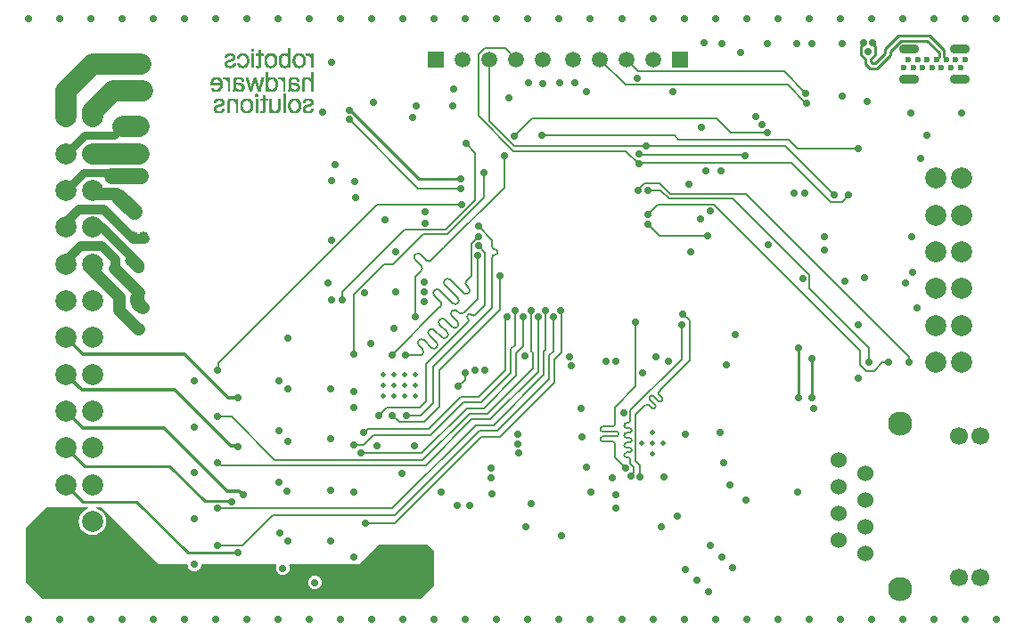
<source format=gbl>
G04*
G04 #@! TF.GenerationSoftware,Altium Limited,Altium Designer,22.10.1 (41)*
G04*
G04 Layer_Physical_Order=4*
G04 Layer_Color=16711680*
%FSLAX25Y25*%
%MOIN*%
G70*
G04*
G04 #@! TF.SameCoordinates,228258D3-266C-4D4F-9196-BF2F79CCE343*
G04*
G04*
G04 #@! TF.FilePolarity,Positive*
G04*
G01*
G75*
%ADD10C,0.01000*%
%ADD11C,0.00787*%
%ADD20C,0.01181*%
%ADD124C,0.02362*%
%ADD125C,0.00660*%
%ADD130C,0.01100*%
%ADD132C,0.07874*%
%ADD133C,0.05906*%
%ADD135C,0.04724*%
%ADD136C,0.03543*%
%ADD139C,0.03150*%
%ADD140C,0.06000*%
%ADD141C,0.06693*%
%ADD142C,0.09055*%
%ADD143C,0.05906*%
%ADD144R,0.05906X0.05906*%
%ADD145C,0.07874*%
%ADD146O,0.07480X0.03543*%
%ADD147C,0.02756*%
%ADD148C,0.01968*%
%ADD149C,0.03937*%
%ADD150C,0.00100*%
G36*
X54331Y-209842D02*
X64963D01*
X65135Y-210039D01*
X65223Y-210707D01*
X65481Y-211330D01*
X65891Y-211864D01*
X66426Y-212275D01*
X67049Y-212532D01*
X67716Y-212620D01*
X68385Y-212532D01*
X69007Y-212275D01*
X69542Y-211864D01*
X69952Y-211330D01*
X70210Y-210707D01*
X70298Y-210039D01*
X70470Y-209842D01*
X98322D01*
X98507Y-210236D01*
X98294Y-210749D01*
X98206Y-211417D01*
X98294Y-212085D01*
X98552Y-212708D01*
X98962Y-213243D01*
X99497Y-213653D01*
X100119Y-213911D01*
X100787Y-213999D01*
X101455Y-213911D01*
X102078Y-213653D01*
X102612Y-213243D01*
X103023Y-212708D01*
X103281Y-212085D01*
X103368Y-211417D01*
X103281Y-210749D01*
X103068Y-210236D01*
X103253Y-209842D01*
X129331D01*
X136614Y-202559D01*
X154921D01*
X157480Y-205118D01*
Y-217913D01*
X152559Y-222835D01*
X10827D01*
X4528Y-216535D01*
Y-196260D01*
X12205Y-188583D01*
X27956D01*
X28034Y-188976D01*
X26946Y-189427D01*
X25877Y-190247D01*
X25057Y-191316D01*
X24541Y-192562D01*
X24365Y-193898D01*
X24541Y-195234D01*
X25057Y-196479D01*
X25877Y-197548D01*
X26946Y-198368D01*
X28192Y-198884D01*
X29528Y-199060D01*
X30864Y-198884D01*
X32109Y-198368D01*
X33178Y-197548D01*
X33998Y-196479D01*
X34514Y-195234D01*
X34690Y-193898D01*
X34514Y-192562D01*
X33998Y-191316D01*
X33178Y-190247D01*
X32109Y-189427D01*
X31021Y-188976D01*
X31099Y-188583D01*
X33071D01*
X54331Y-209842D01*
D02*
G37*
%LPC*%
G36*
X112795Y-214198D02*
X112127Y-214286D01*
X111505Y-214544D01*
X110970Y-214954D01*
X110560Y-215489D01*
X110302Y-216111D01*
X110214Y-216779D01*
X110302Y-217448D01*
X110560Y-218070D01*
X110970Y-218605D01*
X111505Y-219015D01*
X112127Y-219273D01*
X112795Y-219361D01*
X113463Y-219273D01*
X114086Y-219015D01*
X114620Y-218605D01*
X115031Y-218070D01*
X115288Y-217448D01*
X115376Y-216779D01*
X115288Y-216111D01*
X115031Y-215489D01*
X114620Y-214954D01*
X114086Y-214544D01*
X113463Y-214286D01*
X112795Y-214198D01*
D02*
G37*
%LPD*%
D10*
X46091Y-186516D02*
X65284Y-205709D01*
X26083Y-186516D02*
X46091D01*
X19685Y-180118D02*
X26083Y-186516D01*
X65284Y-205709D02*
X84055D01*
X58366Y-173228D02*
X71547Y-186409D01*
X81685D01*
X26575Y-173228D02*
X58366D01*
X81685Y-186409D02*
X81791Y-186516D01*
X19685Y-166339D02*
X26575Y-173228D01*
X125689Y-39862D02*
X125915D01*
X151604Y-65551D01*
X167421D01*
X293568Y-128972D02*
X293634Y-129038D01*
Y-147670D02*
Y-129038D01*
Y-147670D02*
X293701Y-147736D01*
X298819D02*
Y-133071D01*
D11*
X154442Y-96070D02*
G03*
X156390Y-96070I974J974D01*
G01*
X152208Y-93836D02*
G03*
X150259Y-93836I-974J-974D01*
G01*
X150259Y-93836D02*
G03*
X150259Y-95785I974J-974D01*
G01*
X152493Y-99968D02*
G03*
X152493Y-98019I-974J974D01*
G01*
X179134Y-91043D02*
G03*
X180118Y-92027I984J0D01*
G01*
X180159Y-93996D02*
G03*
X180159Y-92027I0J984D01*
G01*
X180118Y-93996D02*
G03*
X179134Y-94980I0J-984D01*
G01*
X169525Y-103704D02*
G03*
X169525Y-105653I974J-974D01*
G01*
X170289Y-108365D02*
G03*
X170289Y-106417I-974J974D01*
G01*
X168340Y-108365D02*
G03*
X170289Y-108365I974J974D01*
G01*
X163329Y-103355D02*
G03*
X161380Y-103355I-974J-974D01*
G01*
X161380Y-103355D02*
G03*
X161380Y-105303I974J-974D01*
G01*
X166265Y-112137D02*
G03*
X166265Y-110188I-974J974D01*
G01*
X164317Y-112137D02*
G03*
X166265Y-112137I974J974D01*
G01*
X159432Y-107252D02*
G03*
X157483Y-107252I-974J-974D01*
G01*
X157483Y-107252D02*
G03*
X157483Y-109201I974J-974D01*
G01*
X159781Y-113447D02*
G03*
X159781Y-111499I-974J974D01*
G01*
X171441Y-116537D02*
G03*
X172834Y-116537I696J696D01*
G01*
X171388Y-116483D02*
G03*
X169996Y-116483I-696J-696D01*
G01*
X169996Y-116483D02*
G03*
X169996Y-117875I696J-696D01*
G01*
X170050Y-119320D02*
G03*
X170050Y-117929I-696J696D01*
G01*
X166619Y-115684D02*
G03*
X168568Y-115684I974J974D01*
G01*
X166025Y-115090D02*
G03*
X164076Y-115090I-974J-974D01*
G01*
X164076Y-115090D02*
G03*
X164076Y-117039I974J-974D01*
G01*
X166116Y-121027D02*
G03*
X166116Y-119078I-974J974D01*
G01*
X164167Y-121027D02*
G03*
X166116Y-121027I974J974D01*
G01*
X161401Y-118260D02*
G03*
X159452Y-118260I-974J-974D01*
G01*
D02*
G03*
X159452Y-120209I974J-974D01*
G01*
X162219Y-124924D02*
G03*
X162219Y-122976I-974J974D01*
G01*
X160270Y-124924D02*
G03*
X162219Y-124924I974J974D01*
G01*
X157503Y-122158D02*
G03*
X155555Y-122158I-974J-974D01*
G01*
X155555Y-122158D02*
G03*
X155555Y-124107I974J-974D01*
G01*
X158321Y-128822D02*
G03*
X158321Y-126873I-974J974D01*
G01*
X156372Y-128822D02*
G03*
X158321Y-128822I974J974D01*
G01*
X153606Y-126055D02*
G03*
X151657Y-126055I-974J-974D01*
G01*
X151657Y-126055D02*
G03*
X151657Y-128004I974J-974D01*
G01*
X152978Y-131274D02*
G03*
X152978Y-129325I-974J974D01*
G01*
X219252Y-20768D02*
X228898Y-30413D01*
X289688D02*
X296379Y-37104D01*
X228898Y-30413D02*
X289688D01*
X85532Y-202854D02*
X96850Y-191535D01*
X76279Y-202854D02*
X85532D01*
X96850Y-191535D02*
X142618D01*
X76181Y-189075D02*
X141634D01*
X172933Y-157776D01*
X201870Y-130217D02*
Y-117224D01*
X200492Y-131595D02*
X201870Y-130217D01*
X200492Y-140453D02*
Y-131595D01*
X180984Y-159960D02*
X200492Y-140453D01*
X174193Y-159960D02*
X180984D01*
X142618Y-191535D02*
X174193Y-159960D01*
X199144Y-129694D02*
Y-114961D01*
X198425Y-130413D02*
X199144Y-129694D01*
X198425Y-138878D02*
Y-130413D01*
X179528Y-157776D02*
X198425Y-138878D01*
X172933Y-157776D02*
X179528D01*
X77796Y-172933D02*
X154232D01*
X76714Y-171850D02*
X77796Y-172933D01*
X76181Y-171850D02*
X76714D01*
X196260Y-117421D02*
X196436Y-117245D01*
X196260Y-137795D02*
Y-117421D01*
X178347Y-155709D02*
X196260Y-137795D01*
X171457Y-155709D02*
X178347D01*
X154232Y-172933D02*
X171457Y-155709D01*
X76181Y-154626D02*
X81595D01*
X193701Y-130118D02*
Y-114961D01*
Y-130118D02*
X194193Y-130610D01*
Y-136614D02*
Y-130610D01*
X177362Y-153445D02*
X194193Y-136614D01*
X170571Y-153445D02*
X177362D01*
X153150Y-170866D02*
X170571Y-153445D01*
X97835Y-170866D02*
X153150D01*
X81595Y-154626D02*
X97835Y-170866D01*
X76279Y-137205D02*
X76575Y-136909D01*
Y-134646D02*
X136122Y-75098D01*
X76575Y-136909D02*
Y-134646D01*
X150303Y-117329D02*
Y-102158D01*
X152215Y-100246D01*
X190630Y-128268D02*
Y-117205D01*
X187992Y-139370D02*
Y-130905D01*
X190630Y-128268D01*
X187598Y-127756D02*
Y-114961D01*
X186122Y-138189D02*
Y-129232D01*
X187598Y-127756D01*
X269094Y-73032D02*
X297756Y-101693D01*
X245276Y-73032D02*
X269094D01*
X297756Y-106713D02*
Y-101693D01*
X262008Y-75098D02*
X316732Y-129823D01*
X240945Y-75098D02*
X262008D01*
X316732Y-135335D02*
Y-129823D01*
X319980Y-134252D02*
Y-128937D01*
X297756Y-106713D02*
X319980Y-128937D01*
X334842Y-134350D02*
Y-132185D01*
X274016Y-71358D02*
X334842Y-132185D01*
X245830Y-71358D02*
X274016D01*
X241535Y-86910D02*
X259547D01*
X237303Y-82677D02*
X241535Y-86910D01*
X156390Y-96070D02*
X161113Y-91348D01*
X152208Y-93836D02*
X154442Y-96070D01*
X152207Y-93836D02*
X152208Y-93836D01*
X150259D02*
X150259Y-93836D01*
X150259Y-95785D02*
X150259Y-95785D01*
X152493Y-98019D01*
X152493Y-98019D02*
X152493Y-98019D01*
X152215Y-100246D02*
X152493Y-99968D01*
X179134Y-91043D02*
Y-89272D01*
X180118Y-92027D02*
X180159D01*
X180118Y-93996D02*
X180159D01*
X179134Y-97342D02*
Y-94980D01*
X171260Y-101969D02*
Y-99311D01*
X169525Y-103704D02*
X171260Y-101969D01*
X169525Y-105653D02*
X170289Y-106417D01*
X170289Y-106417D02*
X170289Y-106417D01*
X168340Y-108365D02*
X168340Y-108365D01*
X163329Y-103355D02*
X168340Y-108365D01*
X163329Y-103355D02*
X163329Y-103355D01*
X161380D02*
X161380Y-103355D01*
X161380Y-105303D02*
X161380Y-105303D01*
X166265Y-110188D01*
X166265Y-110188D02*
X166265Y-110188D01*
X164317Y-112137D02*
X164317Y-112137D01*
X159432Y-107252D02*
X164317Y-112137D01*
X159432Y-107252D02*
X159432Y-107252D01*
X157483D02*
X157483Y-107252D01*
X157483Y-109201D02*
X157483Y-109201D01*
X159781Y-111499D01*
X159781Y-111499D02*
X159781Y-111499D01*
X159502Y-113726D02*
X159781Y-113447D01*
X179134Y-113779D02*
Y-97342D01*
X172834Y-116537D02*
X175640Y-113730D01*
X171388Y-116483D02*
X171441Y-116537D01*
X171388Y-116483D02*
X171388Y-116483D01*
X169996D02*
X169996Y-116483D01*
X169996Y-117875D02*
X169996Y-117875D01*
X170050Y-117929D01*
X170050Y-117929D02*
X170050Y-117929D01*
X166987Y-122383D02*
X170050Y-119320D01*
X175640Y-113730D02*
X176382Y-112988D01*
Y-111024D01*
X168568Y-115684D02*
X170478Y-113774D01*
X166025Y-115090D02*
X166619Y-115684D01*
X166025Y-115090D02*
X166025Y-115090D01*
X164076D02*
X164076Y-115090D01*
X164076Y-117039D02*
X164076Y-117039D01*
X166116Y-119078D01*
Y-121027D02*
X166116Y-121027D01*
X161401Y-118260D02*
X164167Y-121027D01*
X159452Y-120209D02*
X162219Y-122976D01*
X157503Y-122158D02*
X160270Y-124924D01*
X155555Y-122158D02*
X155555Y-122158D01*
Y-124107D02*
X158321Y-126873D01*
X153606Y-126055D02*
X156372Y-128822D01*
X151657Y-126055D02*
X151657Y-126055D01*
Y-128004D02*
X152978Y-129325D01*
X152978Y-129325D02*
X152978Y-129325D01*
X152700Y-131552D02*
X152978Y-131274D01*
X161113Y-91348D02*
X183563Y-68898D01*
X153524Y-156706D02*
X159449Y-150781D01*
Y-137205D02*
X182067Y-114587D01*
X159449Y-150781D02*
Y-137205D01*
X182067Y-107973D02*
Y-102146D01*
X181988Y-102067D02*
X182067Y-102146D01*
Y-113779D02*
Y-107973D01*
Y-114587D02*
Y-113779D01*
X141700Y-154134D02*
X144272Y-156706D01*
X153524D01*
X170478Y-113774D02*
X173819Y-110433D01*
X167421Y-147146D02*
X174016D01*
X155315Y-159252D02*
X167421Y-147146D01*
X132548Y-159252D02*
X155315D01*
X174016Y-147146D02*
X183858Y-137303D01*
X169587Y-151476D02*
X175886D01*
X130315Y-168307D02*
X152756D01*
X169587Y-151476D01*
X175886D02*
X187992Y-139370D01*
X174902Y-149409D02*
X186122Y-138189D01*
X184744Y-117757D02*
Y-117224D01*
X183858Y-118643D02*
X184744Y-117757D01*
X183858Y-137303D02*
Y-118643D01*
X205118Y-130535D02*
Y-115256D01*
X204823Y-114961D02*
X205118Y-115256D01*
X202362Y-133290D02*
X205118Y-130535D01*
X202362Y-141929D02*
Y-133290D01*
X181988Y-162303D02*
X202362Y-141929D01*
X175098Y-162303D02*
X181988D01*
X142717Y-194685D02*
X175098Y-162303D01*
X131791Y-194685D02*
X142717D01*
X168307Y-149409D02*
X174902D01*
X156102Y-161614D02*
X168307Y-149409D01*
X134646Y-161614D02*
X156102D01*
X130118Y-168110D02*
X130315Y-168307D01*
X131102Y-165157D02*
X134646Y-161614D01*
X131170Y-160630D02*
X132548Y-159252D01*
X131102Y-160630D02*
X131170D01*
X127461Y-165157D02*
X131102D01*
X127362Y-131299D02*
Y-108832D01*
X142117Y-97526D02*
X153422Y-86220D01*
X138668Y-97526D02*
X142117D01*
X127362Y-108832D02*
X138668Y-97526D01*
X233661Y-69784D02*
Y-69708D01*
X236145Y-67224D01*
X241696D01*
X245830Y-71358D01*
X237205Y-69784D02*
X242028D01*
X245276Y-73032D01*
X173819Y-110433D02*
Y-94390D01*
X156988Y-135925D02*
X179134Y-113779D01*
X152333Y-154163D02*
X156988Y-149508D01*
Y-135925D01*
X173917Y-83210D02*
X179134Y-88427D01*
Y-89272D02*
Y-88427D01*
X154335Y-135035D02*
X166987Y-122383D01*
X152657Y-131595D02*
X152700Y-131552D01*
X141634Y-131595D02*
X159502Y-113726D01*
X176382Y-111024D02*
Y-93100D01*
X139571Y-151368D02*
X151874D01*
X154335Y-148907D02*
Y-135035D01*
X151874Y-151368D02*
X154335Y-148907D01*
X136811Y-154128D02*
X139571Y-151368D01*
X173969Y-90688D02*
X176382Y-93100D01*
X146880Y-154163D02*
X152333D01*
X146653Y-131595D02*
X152657D01*
X171260Y-99311D02*
Y-89764D01*
X173917Y-87106D01*
X183563Y-68898D02*
Y-56988D01*
X162441Y-86220D02*
X175984Y-72677D01*
Y-63189D01*
X153422Y-86220D02*
X162441D01*
X172835Y-73599D02*
Y-55905D01*
X161788Y-84646D02*
X172835Y-73599D01*
X123031Y-107972D02*
X146358Y-84646D01*
X161788D01*
X123031Y-110827D02*
Y-107972D01*
X169193Y-52264D02*
X172835Y-55905D01*
X151378Y-69095D02*
X167421D01*
X125689Y-43406D02*
X151378Y-69095D01*
X318898Y-137500D02*
X321850D01*
X316732Y-135335D02*
X318898Y-137500D01*
X321850D02*
X325000Y-134350D01*
X327461D01*
X237205Y-78839D02*
X240945Y-75098D01*
X268307Y-48228D02*
X281890D01*
X263091Y-43012D02*
X268307Y-48228D01*
X193898Y-43012D02*
X263091D01*
X187402Y-49508D02*
X193898Y-43012D01*
X291159Y-59663D02*
X305709Y-74213D01*
X234235Y-59663D02*
X291159D01*
X305709Y-74213D02*
X309842D01*
X233858Y-60039D02*
X234235Y-59663D01*
X309842Y-74213D02*
X312402Y-71653D01*
X173878Y-42050D02*
X187143Y-55315D01*
X173878Y-19055D02*
X176300Y-16634D01*
X173878Y-42050D02*
Y-19055D01*
X176300Y-16634D02*
X183878D01*
X188012Y-20768D01*
X229134Y-55315D02*
X233858Y-60039D01*
X187143Y-55315D02*
X229134D01*
X178012Y-43957D02*
Y-20768D01*
Y-43957D02*
X187213Y-53158D01*
X236803D01*
X234154Y-56693D02*
X272794D01*
X233858Y-56398D02*
X234154Y-56693D01*
X272794D02*
X273089Y-56988D01*
X273622D01*
X296379Y-37104D02*
X296583D01*
X288591Y-53158D02*
X307087Y-71653D01*
X236803Y-53158D02*
X288591D01*
X289862Y-50787D02*
X293209Y-54134D01*
X248721Y-50787D02*
X289862D01*
X247342Y-49409D02*
X248721Y-50787D01*
X197902Y-49409D02*
X247342D01*
X229252Y-20768D02*
X233780Y-25295D01*
X288189D01*
X296457Y-33563D01*
X293209Y-54134D02*
X315846D01*
X136122Y-75098D02*
X167717D01*
D20*
X84446Y-182496D02*
X85906Y-183957D01*
X79937Y-182496D02*
X84446D01*
X56299Y-158858D02*
X79937Y-182496D01*
X85906Y-183957D02*
X85925D01*
X25984Y-158858D02*
X56299D01*
X83852Y-165644D02*
X84153Y-165945D01*
X81293Y-165644D02*
X83852D01*
X60332Y-144683D02*
X81293Y-165644D01*
X64173Y-131299D02*
X80413Y-147539D01*
X84055D02*
X84153Y-147441D01*
X80413Y-147539D02*
X84055D01*
X25588Y-144683D02*
X60332D01*
X25984Y-131299D02*
X64173D01*
X19685Y-138779D02*
X25588Y-144683D01*
X19685Y-152559D02*
X25984Y-158858D01*
X19685Y-125000D02*
X25984Y-131299D01*
D124*
X332972Y-24075D02*
D03*
X334744Y-21004D02*
D03*
X336516Y-24075D02*
D03*
X338287Y-21004D02*
D03*
X340059Y-24075D02*
D03*
X341831Y-21004D02*
D03*
X343602Y-24075D02*
D03*
X345374Y-21004D02*
D03*
X347146Y-24075D02*
D03*
X348917Y-21004D02*
D03*
X350689Y-24075D02*
D03*
X352461Y-21004D02*
D03*
X354232Y-24075D02*
D03*
X356004Y-21004D02*
D03*
D125*
X241535Y-145177D02*
G03*
X241535Y-146479I651J-651D01*
G01*
X242540Y-148786D02*
G03*
X242540Y-147484I-651J651D01*
G01*
X241238Y-148786D02*
G03*
X242540Y-148786I651J651D01*
G01*
X239436Y-146983D02*
G03*
X238134Y-146983I-651J-651D01*
G01*
X238134Y-146983D02*
G03*
X238134Y-148285I651J-651D01*
G01*
X239937Y-151389D02*
G03*
X239937Y-150087I-651J651D01*
G01*
X238635Y-151389D02*
G03*
X239937Y-151389I651J651D01*
G01*
X237630Y-150384D02*
G03*
X236328Y-150384I-651J-651D01*
G01*
X229788Y-157031D02*
G03*
X230709Y-156111I0J920D01*
G01*
X229378Y-157031D02*
G03*
X228458Y-157952I0J-920D01*
G01*
Y-157952D02*
G03*
X229378Y-158872I920J0D01*
G01*
X231230Y-159793D02*
G03*
X230310Y-158872I-920J0D01*
G01*
Y-160713D02*
G03*
X231230Y-159793I0J920D01*
G01*
X229378Y-160713D02*
G03*
X228458Y-161634I0J-920D01*
G01*
Y-161634D02*
G03*
X229378Y-162554I920J0D01*
G01*
X231230Y-163475D02*
G03*
X230310Y-162554I-920J0D01*
G01*
Y-164395D02*
G03*
X231230Y-163475I0J920D01*
G01*
X229378Y-164395D02*
G03*
X228458Y-165315I0J-920D01*
G01*
Y-165315D02*
G03*
X229378Y-166236I920J0D01*
G01*
X231230Y-167156D02*
G03*
X230310Y-166236I-920J0D01*
G01*
Y-168077D02*
G03*
X231230Y-167156I0J920D01*
G01*
X229378Y-168077D02*
G03*
X228458Y-168997I0J-920D01*
G01*
Y-168997D02*
G03*
X229378Y-169918I920J0D01*
G01*
X230709Y-170838D02*
G03*
X229788Y-169918I-920J0D01*
G01*
X224080Y-158384D02*
G03*
X225000Y-157464I0J920D01*
G01*
X220432Y-158384D02*
G03*
X219511Y-159305I0J-920D01*
G01*
Y-159305D02*
G03*
X220432Y-160225I920J0D01*
G01*
X226372Y-161146D02*
G03*
X225452Y-160225I-920J0D01*
G01*
Y-162066D02*
G03*
X226372Y-161146I0J920D01*
G01*
X220432Y-162066D02*
G03*
X219511Y-162987I0J-920D01*
G01*
Y-162987D02*
G03*
X220432Y-163907I920J0D01*
G01*
X225000Y-164828D02*
G03*
X224080Y-163907I-920J0D01*
G01*
X168885Y-138399D02*
X168890Y-138393D01*
X166381Y-143265D02*
X168885Y-140761D01*
Y-138399D01*
X241535Y-145177D02*
X242471Y-144242D01*
X241535Y-146479D02*
X242540Y-147484D01*
X239436Y-146983D02*
X241238Y-148786D01*
X238134Y-146983D02*
X238134Y-146983D01*
X238134Y-148285D02*
X239937Y-150088D01*
X237630Y-150384D02*
X238635Y-151389D01*
X237630Y-150384D02*
X237630Y-150384D01*
X234793Y-151919D02*
X236328Y-150384D01*
X242471Y-144242D02*
X253051Y-133661D01*
X232677Y-154035D02*
X234793Y-151919D01*
X230709Y-156111D02*
Y-154187D01*
X229378Y-157031D02*
X229788D01*
X228458Y-157952D02*
Y-157952D01*
X229378Y-158872D02*
X230310D01*
X231230Y-159793D02*
Y-159793D01*
X229378Y-160713D02*
X230310D01*
X228458Y-161634D02*
Y-161634D01*
X229378Y-162554D02*
X230310D01*
X231230Y-163475D02*
Y-163475D01*
X229378Y-164395D02*
X230310D01*
X228458Y-165315D02*
Y-165315D01*
X229378Y-166236D02*
X230310D01*
X231230Y-167156D02*
Y-167156D01*
X229378Y-168077D02*
X230310D01*
X228458Y-168997D02*
Y-168997D01*
X229378Y-169918D02*
X229788D01*
X230709Y-171168D02*
Y-170838D01*
Y-172259D02*
Y-171168D01*
Y-154187D02*
Y-152362D01*
X249902Y-133169D01*
X225000Y-157464D02*
Y-156090D01*
X220432Y-158384D02*
X224080D01*
X219511Y-159305D02*
Y-159305D01*
X220432Y-160225D02*
X225452D01*
X226372Y-161146D02*
Y-161146D01*
X220432Y-162066D02*
X225452D01*
X219511Y-162987D02*
Y-162987D01*
X220432Y-163907D02*
X224080D01*
X225000Y-165157D02*
Y-164828D01*
Y-156090D02*
Y-151083D01*
Y-170079D02*
Y-165157D01*
X232760Y-143323D02*
Y-119110D01*
X225000Y-151083D02*
X232760Y-143323D01*
X230709Y-172259D02*
X232087Y-173636D01*
X232677Y-171260D02*
X234449Y-173031D01*
X232677Y-171260D02*
Y-154035D01*
X253051Y-133661D02*
Y-118701D01*
X225000Y-170079D02*
X228937Y-174016D01*
X249902Y-133169D02*
Y-120177D01*
X234449Y-177165D02*
Y-173031D01*
X230912Y-176958D02*
Y-176698D01*
X232087Y-175523D01*
Y-173636D01*
X250492Y-116142D02*
X253051Y-118701D01*
X250492Y-116142D02*
Y-116142D01*
D130*
X325975Y-18575D02*
Y-17038D01*
X321273Y-22366D02*
X322185D01*
X321457Y-15015D02*
Y-14567D01*
X342611Y-11913D02*
X348089Y-17391D01*
Y-19835D02*
Y-17391D01*
X318741Y-22503D02*
X320491Y-24253D01*
X318741Y-22503D02*
Y-20810D01*
X320491Y-24253D02*
X322966D01*
X348917Y-21004D02*
Y-20662D01*
X320629Y-21721D02*
Y-20810D01*
X322400Y-19038D02*
Y-15959D01*
X327862Y-19357D02*
Y-17819D01*
X321457Y-15015D02*
X322400Y-15959D01*
X331881Y-13800D02*
X341830D01*
X317913Y-15015D02*
Y-14567D01*
X346202Y-19835D02*
Y-18173D01*
X316970Y-19038D02*
X318741Y-20810D01*
X331100Y-11913D02*
X342611D01*
X327862Y-17819D02*
X331881Y-13800D01*
X322966Y-24253D02*
X327862Y-19357D01*
X345374Y-20662D02*
X346202Y-19835D01*
X325975Y-17038D02*
X331100Y-11913D01*
X316970Y-15959D02*
X317913Y-15015D01*
X348089Y-19835D02*
X348917Y-20662D01*
X316970Y-19038D02*
Y-15959D01*
X320629Y-21721D02*
X321273Y-22366D01*
X341830Y-13800D02*
X346202Y-18173D01*
X320629Y-20810D02*
X322400Y-19038D01*
X345374Y-21004D02*
Y-20662D01*
X322185Y-22366D02*
X325975Y-18575D01*
D132*
X29528Y-22638D02*
X47835D01*
X37421Y-32461D02*
X48228D01*
X40945Y-46063D02*
X46850D01*
X29528Y-56102D02*
X46850D01*
X29528Y-42323D02*
Y-40354D01*
X37421Y-32461D01*
X19685Y-42323D02*
Y-32480D01*
X29528Y-22638D01*
D133*
X47638Y-64567D02*
X47835D01*
X37008D02*
X47638D01*
X39764Y-72441D02*
X45177Y-77854D01*
D135*
X29331Y-71260D02*
X38583D01*
X46457Y-109646D02*
X46494Y-109835D01*
X46850Y-111663D01*
X46457Y-109646D02*
X46490Y-109837D01*
X46801Y-111614D01*
X47591Y-113474D02*
X48590Y-114000D01*
X46738Y-113025D02*
X47591Y-113474D01*
X46376Y-109800D02*
X46457Y-109646D01*
X46063Y-110394D02*
X46376Y-109800D01*
X39723Y-114976D02*
X46597Y-121850D01*
X46457Y-109646D02*
X46850Y-108268D01*
X37992Y-99410D02*
X46850Y-108268D01*
X38583Y-71260D02*
X39764Y-72441D01*
X29528Y-69882D02*
X30709Y-71063D01*
X29528Y-99803D02*
Y-97441D01*
X46801Y-111614D02*
X46850Y-111663D01*
X46063Y-110394D02*
X46063Y-110394D01*
Y-110849D02*
X46738Y-113025D01*
X29528Y-99803D02*
X39723Y-109999D01*
X46597Y-121850D02*
X46850D01*
X39723Y-114976D02*
Y-109999D01*
X46063Y-110849D02*
Y-110394D01*
Y-110849D02*
X46063Y-110849D01*
D136*
X44685Y-87795D02*
X49016D01*
X33661Y-76772D02*
X44685Y-87795D01*
X43701Y-94685D02*
X46654Y-97638D01*
X43701Y-94291D02*
X46949Y-97539D01*
X19685Y-95866D02*
X25000Y-90551D01*
X19685Y-97441D02*
Y-95866D01*
Y-83661D02*
Y-81496D01*
X24409Y-76772D01*
X33661D01*
X29528Y-83661D02*
X33071D01*
X43701Y-96260D02*
Y-94685D01*
Y-94291D01*
X25000Y-90551D02*
X32874D01*
X37992Y-95669D01*
Y-99410D02*
Y-95669D01*
X46949Y-98917D02*
Y-97539D01*
X33071Y-83661D02*
X43701Y-94291D01*
Y-96260D02*
X45079Y-97638D01*
X46654D01*
X46358Y-98917D02*
X46949D01*
X45079Y-97638D02*
X46358Y-98917D01*
D139*
X26378Y-63189D02*
X36417D01*
X37795Y-49213D02*
X40945Y-46063D01*
X26575Y-49213D02*
X37795D01*
X19685Y-69882D02*
X26378Y-63189D01*
X19685Y-56102D02*
X26575Y-49213D01*
D140*
X318642Y-205887D02*
D03*
X308642Y-200887D02*
D03*
X318642Y-195887D02*
D03*
X308642Y-190887D02*
D03*
X318642Y-185887D02*
D03*
X308642Y-180887D02*
D03*
X318642Y-175887D02*
D03*
X308642Y-170887D02*
D03*
D141*
X353642Y-161911D02*
D03*
X361634D02*
D03*
X353642Y-214863D02*
D03*
X361634D02*
D03*
D142*
X331634Y-157383D02*
D03*
Y-219391D02*
D03*
D143*
X209252Y-20768D02*
D03*
X219252D02*
D03*
X229252D02*
D03*
X239252D02*
D03*
X198012D02*
D03*
X188012D02*
D03*
X178012D02*
D03*
X168012D02*
D03*
D144*
X249252D02*
D03*
X158012D02*
D03*
D145*
X344980Y-106693D02*
D03*
X354823D02*
D03*
X344980Y-120472D02*
D03*
X354823D02*
D03*
X344980Y-134252D02*
D03*
X354823D02*
D03*
Y-92913D02*
D03*
X344980D02*
D03*
Y-79134D02*
D03*
Y-65354D02*
D03*
X354823Y-79134D02*
D03*
Y-65354D02*
D03*
X29528Y-42323D02*
D03*
X19685D02*
D03*
Y-111221D02*
D03*
X29528D02*
D03*
Y-97441D02*
D03*
X19685Y-97441D02*
D03*
Y-56102D02*
D03*
X29528D02*
D03*
X19685Y-69882D02*
D03*
X29528D02*
D03*
X19685Y-83661D02*
D03*
X29528D02*
D03*
Y-152559D02*
D03*
X19685D02*
D03*
X29528Y-138779D02*
D03*
X19685D02*
D03*
X29528Y-125000D02*
D03*
X19685D02*
D03*
Y-166339D02*
D03*
X29528D02*
D03*
Y-180118D02*
D03*
Y-193898D02*
D03*
X19685Y-180118D02*
D03*
Y-193898D02*
D03*
D146*
X354035Y-28169D02*
D03*
Y-16909D02*
D03*
X335138Y-28169D02*
D03*
Y-16909D02*
D03*
D147*
X233455Y-27834D02*
D03*
X246555Y-32972D02*
D03*
X235255Y-138287D02*
D03*
X244882Y-133858D02*
D03*
X85925Y-183957D02*
D03*
X81791Y-186516D02*
D03*
X84153Y-165945D02*
D03*
Y-147441D02*
D03*
X76279Y-202854D02*
D03*
X84055Y-205709D02*
D03*
X76279Y-137205D02*
D03*
X67716Y-210039D02*
D03*
Y-175689D02*
D03*
X354626Y-41043D02*
D03*
X335630D02*
D03*
X321457Y-14567D02*
D03*
X317913D02*
D03*
X115748Y-40551D02*
D03*
X269980Y-123819D02*
D03*
X168890Y-138393D02*
D03*
X166381Y-143265D02*
D03*
X142323Y-121653D02*
D03*
X150303Y-117329D02*
D03*
X143110Y-108071D02*
D03*
X153740Y-111614D02*
D03*
X176476Y-137205D02*
D03*
X208627Y-135647D02*
D03*
X191339Y-131883D02*
D03*
X315945Y-140256D02*
D03*
X333563Y-104724D02*
D03*
X315945Y-120374D02*
D03*
X215945Y-182874D02*
D03*
X319685Y-17913D02*
D03*
X341831Y-49114D02*
D03*
X160138Y-182874D02*
D03*
X237303Y-82677D02*
D03*
X299410Y-151575D02*
D03*
X207874Y-132185D02*
D03*
X228182Y-153216D02*
D03*
X243307Y-177165D02*
D03*
X251389Y-161232D02*
D03*
X265551Y-171752D02*
D03*
X267913Y-180118D02*
D03*
X273917Y-185925D02*
D03*
X248228Y-191831D02*
D03*
X269094Y-211221D02*
D03*
X264961Y-207087D02*
D03*
X259842Y-220374D02*
D03*
X255709Y-215945D02*
D03*
X260630Y-202756D02*
D03*
X251476Y-211811D02*
D03*
X187598Y-114961D02*
D03*
X193701D02*
D03*
X204823D02*
D03*
X184744Y-117224D02*
D03*
X190630Y-117205D02*
D03*
X196436Y-117245D02*
D03*
X199144Y-114961D02*
D03*
X201870Y-117224D02*
D03*
X188678Y-161222D02*
D03*
X131791Y-194685D02*
D03*
X130118Y-168110D02*
D03*
X150000Y-165748D02*
D03*
X127461Y-165157D02*
D03*
X131102Y-160630D02*
D03*
X266634Y-135138D02*
D03*
X264370Y-160433D02*
D03*
X212795Y-162106D02*
D03*
X214272Y-173622D02*
D03*
X224114Y-177657D02*
D03*
X293406Y-183071D02*
D03*
X253248Y-93012D02*
D03*
X193799Y-187205D02*
D03*
X225197Y-183957D02*
D03*
Y-189075D02*
D03*
X228937Y-174016D02*
D03*
X230912Y-176958D02*
D03*
X234449Y-177165D02*
D03*
X136024Y-165453D02*
D03*
X131496Y-108317D02*
D03*
X117717Y-104724D02*
D03*
X212205Y-151673D02*
D03*
X240256Y-132087D02*
D03*
X249902Y-120177D02*
D03*
X250492Y-116142D02*
D03*
X232760Y-119110D02*
D03*
X282185Y-90256D02*
D03*
X260630Y-77658D02*
D03*
X233661Y-69784D02*
D03*
X237205D02*
D03*
X292028Y-70866D02*
D03*
X296063Y-71063D02*
D03*
X257087Y-80610D02*
D03*
X188779Y-164764D02*
D03*
X178937Y-183465D02*
D03*
X172539Y-137205D02*
D03*
X181988Y-102067D02*
D03*
X173917Y-83169D02*
D03*
X146850Y-154134D02*
D03*
X173955Y-90688D02*
D03*
X173917Y-87106D02*
D03*
X173819Y-94390D02*
D03*
X183563Y-56988D02*
D03*
X175984Y-63189D02*
D03*
X145472Y-175787D02*
D03*
X120177Y-60335D02*
D03*
X167421Y-65551D02*
D03*
X125689Y-39862D02*
D03*
X167421Y-69095D02*
D03*
X125689Y-43406D02*
D03*
X293568Y-128972D02*
D03*
X298819Y-147736D02*
D03*
Y-133071D02*
D03*
X293701Y-147736D02*
D03*
X327461Y-134350D02*
D03*
X319980Y-134252D02*
D03*
X237205Y-78839D02*
D03*
X334842Y-134350D02*
D03*
X303346Y-92323D02*
D03*
Y-87205D02*
D03*
X337894Y-113976D02*
D03*
X336417Y-100689D02*
D03*
X336122Y-87106D02*
D03*
X258858Y-62598D02*
D03*
X257185Y-46161D02*
D03*
X252658Y-67520D02*
D03*
X279873Y-45315D02*
D03*
X277678Y-42170D02*
D03*
X233858Y-56398D02*
D03*
Y-60039D02*
D03*
X319193Y-36516D02*
D03*
X310138Y-34744D02*
D03*
X296583Y-37104D02*
D03*
X236803Y-53158D02*
D03*
X273622Y-56988D02*
D03*
X264764Y-62500D02*
D03*
X187402Y-49508D02*
D03*
X281890Y-48228D02*
D03*
X296457Y-33563D02*
D03*
X309842Y-14862D02*
D03*
X298524D02*
D03*
X282087D02*
D03*
X197835Y-49409D02*
D03*
X312402Y-71653D02*
D03*
X307087D02*
D03*
X264862Y-14764D02*
D03*
X258366Y-14469D02*
D03*
X293012Y-14862D02*
D03*
X272047Y-18406D02*
D03*
X339469Y-57776D02*
D03*
X164665Y-31890D02*
D03*
X127657Y-66535D02*
D03*
X134547Y-37008D02*
D03*
X167717Y-75098D02*
D03*
X128051Y-72736D02*
D03*
X332664Y-5709D02*
D03*
X344348D02*
D03*
X214469Y-32776D02*
D03*
X210138Y-29724D02*
D03*
X192520D02*
D03*
X198130Y-29823D02*
D03*
X204232Y-29626D02*
D03*
X185236Y-35236D02*
D03*
X164272Y-38287D02*
D03*
X259547Y-86910D02*
D03*
X311024Y-103839D02*
D03*
X295197Y-103031D02*
D03*
X242421Y-196063D02*
D03*
X315846Y-54134D02*
D03*
X178839Y-174016D02*
D03*
Y-177559D02*
D03*
X188878Y-168307D02*
D03*
X133760Y-127362D02*
D03*
X153740Y-104134D02*
D03*
Y-107874D02*
D03*
X141634Y-131595D02*
D03*
X136811Y-154134D02*
D03*
X146653Y-131595D02*
D03*
X141634Y-154134D02*
D03*
X225295Y-134055D02*
D03*
X221555D02*
D03*
X169193Y-52264D02*
D03*
X123031Y-110827D02*
D03*
X138878Y-80905D02*
D03*
X204921Y-199213D02*
D03*
X170669Y-187992D02*
D03*
X165945D02*
D03*
X318307Y-102559D02*
D03*
X127362Y-131299D02*
D03*
X154134Y-77756D02*
D03*
X149409Y-42618D02*
D03*
X150591Y-38287D02*
D03*
X127362Y-207087D02*
D03*
Y-182874D02*
D03*
Y-151132D02*
D03*
Y-145276D02*
D03*
X5512Y-5709D02*
D03*
X118898Y-88585D02*
D03*
Y-110780D02*
D03*
X112795Y-216779D02*
D03*
X118551Y-201181D02*
D03*
Y-182165D02*
D03*
Y-162992D02*
D03*
Y-144095D02*
D03*
X102756Y-144095D02*
D03*
X99410Y-141142D02*
D03*
X102756Y-125197D02*
D03*
X67716Y-192864D02*
D03*
Y-158514D02*
D03*
Y-141339D02*
D03*
X154134Y-82087D02*
D03*
X138544Y-207660D02*
D03*
X143544D02*
D03*
X148544D02*
D03*
X153544D02*
D03*
X191732Y-195965D02*
D03*
X5512Y-230512D02*
D03*
X17196D02*
D03*
X28880D02*
D03*
X40564D02*
D03*
X52248D02*
D03*
X63932D02*
D03*
X75616D02*
D03*
X87300D02*
D03*
X98984D02*
D03*
X110668D02*
D03*
X122352D02*
D03*
X134036D02*
D03*
X145720D02*
D03*
X157404D02*
D03*
X169088D02*
D03*
X180772D02*
D03*
X192456D02*
D03*
X204140D02*
D03*
X215824D02*
D03*
X227508D02*
D03*
X239192D02*
D03*
X250876D02*
D03*
X262560D02*
D03*
X274244D02*
D03*
X285928D02*
D03*
X297612D02*
D03*
X309296D02*
D03*
X320980D02*
D03*
X332664D02*
D03*
X344348D02*
D03*
X356032D02*
D03*
X367716D02*
D03*
Y-5709D02*
D03*
X356032D02*
D03*
X320980D02*
D03*
X309296D02*
D03*
X297612D02*
D03*
X285928D02*
D03*
X274244D02*
D03*
X262560D02*
D03*
X250876D02*
D03*
X239192D02*
D03*
X227508D02*
D03*
X215824D02*
D03*
X204140D02*
D03*
X192456D02*
D03*
X180772D02*
D03*
X169088D02*
D03*
X157404D02*
D03*
X145720D02*
D03*
X134036D02*
D03*
X122352D02*
D03*
X110668D02*
D03*
X98984D02*
D03*
X87300D02*
D03*
X75616D02*
D03*
X63932D02*
D03*
X52248D02*
D03*
X40564D02*
D03*
X28880D02*
D03*
X17196D02*
D03*
X143110Y-92913D02*
D03*
X100787Y-211417D02*
D03*
X76181Y-189075D02*
D03*
Y-171850D02*
D03*
Y-154626D02*
D03*
X99410Y-160039D02*
D03*
X102756Y-163976D02*
D03*
X99410Y-179134D02*
D03*
X102362Y-182480D02*
D03*
X99606Y-198228D02*
D03*
X102559Y-201181D02*
D03*
X118898Y-22000D02*
D03*
Y-66390D02*
D03*
D148*
X238976Y-168504D02*
D03*
Y-160630D02*
D03*
X243012Y-164665D02*
D03*
X234941Y-164567D02*
D03*
X238976D02*
D03*
X146260Y-146752D02*
D03*
Y-142815D02*
D03*
Y-138878D02*
D03*
X150197Y-146752D02*
D03*
Y-138878D02*
D03*
Y-142815D02*
D03*
X142323Y-138878D02*
D03*
Y-142815D02*
D03*
Y-146752D02*
D03*
X138386Y-138878D02*
D03*
Y-142815D02*
D03*
Y-146752D02*
D03*
D149*
X43898Y-20669D02*
D03*
X47835D02*
D03*
Y-30512D02*
D03*
X43898D02*
D03*
X47441Y-44094D02*
D03*
X43504D02*
D03*
X46850Y-54134D02*
D03*
X42913D02*
D03*
X47638Y-63779D02*
D03*
X43701D02*
D03*
X45276Y-76575D02*
D03*
X42323Y-73819D02*
D03*
X48819Y-87303D02*
D03*
X44882D02*
D03*
X46949Y-98917D02*
D03*
X43701Y-96260D02*
D03*
X46457Y-109843D02*
D03*
X47638Y-113386D02*
D03*
X43701Y-119095D02*
D03*
X46850Y-121850D02*
D03*
D150*
X76398Y-40728D02*
X77298D01*
X75898Y-40628D02*
X77698D01*
X75698Y-40528D02*
X77998D01*
X75498Y-40428D02*
X78098D01*
X75398Y-40328D02*
X78298D01*
X75298Y-40228D02*
X78398D01*
X75198Y-40128D02*
X76398D01*
X77298D02*
X78498D01*
X75098Y-40028D02*
X76098D01*
X74998Y-39928D02*
X75898D01*
X74998Y-39828D02*
X75798D01*
X74998Y-39728D02*
X75698D01*
X74898Y-39628D02*
X75598D01*
X74898Y-39528D02*
X75598D01*
X74898Y-39428D02*
X75598D01*
X74898Y-39328D02*
X75598D01*
X79898Y-40628D02*
X80598D01*
X83198D02*
X83798D01*
X79898Y-40528D02*
X80598D01*
X83198D02*
X83798D01*
X79898Y-40428D02*
X80598D01*
X79898Y-40328D02*
X80598D01*
X83198D02*
X83798D01*
X79898Y-40228D02*
X80598D01*
X83198D02*
X83798D01*
X79898Y-40128D02*
X80598D01*
X83198D02*
X83798D01*
X77598Y-40028D02*
X78598D01*
X79898D02*
X80598D01*
X77698Y-39928D02*
X78598D01*
X79898D02*
X80598D01*
X83198D02*
X83798D01*
X77898Y-39828D02*
X78698D01*
X79898D02*
X80598D01*
X77998Y-39728D02*
X78698D01*
X79898D02*
X80598D01*
X77998Y-39628D02*
X78798D01*
X79898D02*
X80598D01*
X78098Y-39528D02*
X78798D01*
X79898D02*
X80598D01*
X83198D02*
X83798D01*
X78098Y-39428D02*
X78798D01*
X79898D02*
X80598D01*
X83198D02*
X83798D01*
X78098Y-39328D02*
X78798D01*
X78198Y-39228D02*
X78798D01*
X74898D02*
X75598D01*
X74898Y-39128D02*
X75598D01*
X74898Y-39028D02*
X75598D01*
X74898Y-38928D02*
X75698D01*
X74998Y-38828D02*
X75798D01*
X79898D02*
X80598D01*
X74998Y-38728D02*
X75898D01*
X75098Y-38628D02*
X75998D01*
X79898D02*
X80598D01*
X75098Y-38528D02*
X76198D01*
X75198Y-38428D02*
X76498D01*
X75298Y-38328D02*
X76898D01*
X79898D02*
X80598D01*
X75398Y-38228D02*
X77298D01*
X79898D02*
X80598D01*
X75598Y-38128D02*
X77598D01*
X79898D02*
X80598D01*
X75798Y-38028D02*
X77898D01*
X79898D02*
X80598D01*
X76098Y-37928D02*
X78098D01*
X76398Y-37828D02*
X78198D01*
X76798Y-37728D02*
X78298D01*
X77198Y-37628D02*
X78398D01*
X77398Y-37528D02*
X78498D01*
X77598Y-37428D02*
X78598D01*
X77798Y-37328D02*
X78598D01*
X77898Y-37228D02*
X78598D01*
X77898Y-37128D02*
X78598D01*
X77998Y-37028D02*
X78698D01*
X74898D02*
X75598D01*
X77998Y-36928D02*
X78698D01*
X79898Y-39328D02*
X80598D01*
X79898Y-39228D02*
X80598D01*
X79898Y-39128D02*
X80598D01*
X79898Y-39028D02*
X80598D01*
X83198D02*
X83798D01*
X79898Y-38928D02*
X80598D01*
X83198D02*
X83798D01*
X83198Y-38828D02*
X83798D01*
X79898Y-38728D02*
X80598D01*
X83198D02*
X83798D01*
X83198Y-38628D02*
X83798D01*
X79898Y-38528D02*
X80598D01*
X83198D02*
X83798D01*
X79898Y-38428D02*
X80598D01*
X83198D02*
X83798D01*
X83198Y-38328D02*
X83798D01*
X83198Y-38128D02*
X83798D01*
X79898Y-37928D02*
X80598D01*
X79898Y-37828D02*
X80598D01*
X83198D02*
X83798D01*
X79898Y-37728D02*
X80598D01*
X83198D02*
X83798D01*
X79898Y-37628D02*
X80598D01*
X79898Y-37528D02*
X80598D01*
X79898Y-37428D02*
X80598D01*
X79898Y-37328D02*
X80598D01*
X79898Y-37228D02*
X80598D01*
X79898Y-37128D02*
X80598D01*
X83098D02*
X83798D01*
X79898Y-37028D02*
X80598D01*
X83098D02*
X83798D01*
X79898Y-36928D02*
X80598D01*
X86798Y-40728D02*
X87598D01*
X86298Y-40628D02*
X87998D01*
X86098Y-40528D02*
X88198D01*
X83198Y-40428D02*
X83798D01*
X85898D02*
X88398D01*
X85798Y-40328D02*
X88498D01*
X85698Y-40228D02*
X88598D01*
X85598Y-40128D02*
X86798D01*
X87498D02*
X88798D01*
X83198Y-40028D02*
X83798D01*
X85498D02*
X86498D01*
X87798D02*
X88798D01*
X85398Y-39928D02*
X86298D01*
X83198Y-39828D02*
X83798D01*
X85298D02*
X86198D01*
X83198Y-39728D02*
X83798D01*
X85198D02*
X86098D01*
X83198Y-39628D02*
X83798D01*
X85198D02*
X85998D01*
X85098Y-39528D02*
X85898D01*
X85098Y-39428D02*
X85898D01*
X83198Y-39328D02*
X83798D01*
X85098D02*
X85798D01*
X83198Y-39228D02*
X83798D01*
X84998D02*
X85698D01*
X83198Y-39128D02*
X83798D01*
X84998D02*
X85698D01*
X84998Y-39028D02*
X85698D01*
X84898Y-38928D02*
X85598D01*
X84898Y-38828D02*
X85598D01*
X90598Y-40628D02*
X91198D01*
X90598Y-40528D02*
X91198D01*
X90598Y-40428D02*
X91198D01*
X90598Y-40328D02*
X91198D01*
X90598Y-40228D02*
X91198D01*
X90598Y-40128D02*
X91198D01*
X90598Y-40028D02*
X91198D01*
X87998Y-39928D02*
X88898D01*
X90598D02*
X91198D01*
X88098Y-39828D02*
X88998D01*
X90598D02*
X91198D01*
X88198Y-39728D02*
X89098D01*
X90598D02*
X91198D01*
X88298Y-39628D02*
X89098D01*
X90598D02*
X91198D01*
X88398Y-39528D02*
X89198D01*
X90598D02*
X91198D01*
X88498Y-39428D02*
X89198D01*
X90598D02*
X91198D01*
X88498Y-39328D02*
X89298D01*
X90598D02*
X91198D01*
X88598Y-39228D02*
X89298D01*
X90598D02*
X91198D01*
X88598Y-39128D02*
X89298D01*
X90598D02*
X91198D01*
X90598Y-39028D02*
X91198D01*
X88598D02*
X89398D01*
X88698Y-38928D02*
X89398D01*
X90598D02*
X91198D01*
X88698Y-38828D02*
X89398D01*
X84898Y-38728D02*
X85598D01*
X88698D02*
X89398D01*
X84898Y-38628D02*
X85598D01*
X84898Y-38528D02*
X85498D01*
X84898Y-38428D02*
X85498D01*
X84898Y-38328D02*
X85498D01*
X83198Y-38228D02*
X83798D01*
X84898D02*
X85498D01*
X84898Y-38128D02*
X85498D01*
X83198Y-38028D02*
X83798D01*
X84898D02*
X85498D01*
X83198Y-37928D02*
X83798D01*
X84898D02*
X85498D01*
X84898Y-37828D02*
X85498D01*
X84898Y-37728D02*
X85498D01*
X83198Y-37628D02*
X83798D01*
X84898D02*
X85498D01*
X83198Y-37528D02*
X83798D01*
X84898D02*
X85598D01*
X83198Y-37428D02*
X83798D01*
X84898D02*
X85598D01*
X88698D02*
X89398D01*
X83198Y-37328D02*
X83798D01*
X84898D02*
X85598D01*
X88698D02*
X89398D01*
X83198Y-37228D02*
X83798D01*
X84898D02*
X85598D01*
X84998Y-37128D02*
X85698D01*
X88598D02*
X89298D01*
X84998Y-37028D02*
X85698D01*
X88598D02*
X89298D01*
X88498Y-36928D02*
X89298D01*
X90598Y-38828D02*
X91198D01*
X90598Y-38728D02*
X91198D01*
X88798Y-38628D02*
X89398D01*
X90598D02*
X91198D01*
X88798Y-38528D02*
X89398D01*
X90598D02*
X91198D01*
X88798Y-38428D02*
X89398D01*
X90598D02*
X91198D01*
X88798Y-38328D02*
X89498D01*
X90598D02*
X91198D01*
X88798Y-38228D02*
X89498D01*
X90598D02*
X91198D01*
X88798Y-38128D02*
X89498D01*
X90598D02*
X91198D01*
X88798Y-38028D02*
X89498D01*
X90598D02*
X91198D01*
X88798Y-37928D02*
X89498D01*
X90598D02*
X91198D01*
X88798Y-37828D02*
X89498D01*
X90598D02*
X91198D01*
X88798Y-37728D02*
X89398D01*
X90598D02*
X91198D01*
X88798Y-37628D02*
X89398D01*
X90598D02*
X91198D01*
X88698Y-37528D02*
X89398D01*
X90598D02*
X91198D01*
X90598Y-37428D02*
X91198D01*
X90598Y-37328D02*
X91198D01*
X88698Y-37228D02*
X89398D01*
X90598D02*
X91198D01*
X90598Y-37128D02*
X91198D01*
X90598Y-37028D02*
X91198D01*
X74998Y-36428D02*
X75798D01*
X73998Y-31928D02*
X74898D01*
X74098Y-32028D02*
X75098D01*
X74198Y-32128D02*
X75598D01*
X74898Y-36928D02*
X75598D01*
X74898Y-36728D02*
X75598D01*
X74898Y-36828D02*
X75598D01*
X74998Y-36628D02*
X75698D01*
X74998Y-36528D02*
X75698D01*
X75098Y-36328D02*
X75898D01*
X75098Y-36228D02*
X76098D01*
X75198Y-36128D02*
X76198D01*
X74998Y-32628D02*
X76398D01*
X74698Y-32528D02*
X76698D01*
X74498Y-32428D02*
X76898D01*
X74398Y-32328D02*
X76998D01*
X74298Y-32228D02*
X77198D01*
X75298Y-36028D02*
X76598D01*
X75798Y-32128D02*
X77298D01*
X75298Y-35928D02*
X78298D01*
X75598Y-35728D02*
X77998D01*
X75498Y-35828D02*
X78198D01*
X75798Y-35628D02*
X77898D01*
X76098Y-35528D02*
X77598D01*
X76298Y-32028D02*
X77398D01*
X73798Y-29528D02*
X74398D01*
X73798Y-29328D02*
X74498D01*
X73798Y-29428D02*
X74498D01*
X73798Y-29228D02*
X74498D01*
X73798Y-29128D02*
X74498D01*
X73898Y-29028D02*
X74498D01*
X74098Y-31528D02*
X74398D01*
X73898Y-31728D02*
X74598D01*
X73998Y-31628D02*
X74498D01*
X73898Y-31828D02*
X74698D01*
X73798Y-29628D02*
X77998D01*
X73798Y-30028D02*
X77998D01*
X73798Y-29828D02*
X77998D01*
X73798Y-29728D02*
X77998D01*
X73798Y-30128D02*
X77998D01*
X73798Y-29928D02*
X77998D01*
X76498Y-31928D02*
X77498D01*
X76598Y-31828D02*
X77498D01*
X76698Y-31728D02*
X77598D01*
X76798Y-31628D02*
X77698D01*
X76898Y-31528D02*
X77698D01*
X76998Y-31428D02*
X77798D01*
X77098Y-31328D02*
X77798D01*
X77098Y-31228D02*
X77898D01*
X77198Y-31028D02*
X77898D01*
X77198Y-31128D02*
X77898D01*
X77198Y-29028D02*
X77898D01*
X77198Y-29128D02*
X77898D01*
X77298Y-30628D02*
X77998D01*
X77298Y-30928D02*
X77998D01*
X77098Y-36028D02*
X78398D01*
X77498Y-36128D02*
X78498D01*
X77598Y-36228D02*
X78498D01*
X77798Y-36328D02*
X78598D01*
X77898Y-36428D02*
X78598D01*
X77898Y-36528D02*
X78598D01*
X77998Y-36628D02*
X78698D01*
X77998Y-36728D02*
X78698D01*
X77998Y-36828D02*
X78698D01*
X79898D02*
X80598D01*
X79998Y-36628D02*
X80698D01*
X79998Y-36728D02*
X80698D01*
X79998Y-36528D02*
X80698D01*
X79998Y-36428D02*
X80798D01*
X80098Y-36328D02*
X80898D01*
X80198Y-32528D02*
X80798D01*
X80198Y-32428D02*
X80798D01*
X80198Y-32328D02*
X80798D01*
X80198Y-32228D02*
X80798D01*
X80198Y-32128D02*
X80798D01*
X80198Y-32028D02*
X80798D01*
X80198Y-31928D02*
X80798D01*
X80198Y-31828D02*
X80798D01*
X80198Y-31728D02*
X80798D01*
X80198Y-31628D02*
X80798D01*
X80198Y-31528D02*
X80798D01*
X80198Y-31428D02*
X80798D01*
X80198Y-31328D02*
X80798D01*
X80198Y-31228D02*
X80798D01*
X80098Y-36228D02*
X80998D01*
X80098Y-36128D02*
X81098D01*
X80198Y-36028D02*
X81498D01*
X77298Y-30828D02*
X77998D01*
X77298Y-30728D02*
X77998D01*
X77298Y-29428D02*
X77998D01*
X77298Y-29528D02*
X77998D01*
X77298Y-29328D02*
X77998D01*
X77298Y-29228D02*
X77998D01*
X77398Y-30328D02*
X77998D01*
X77398Y-30428D02*
X77998D01*
X77398Y-30228D02*
X77998D01*
X77398Y-30528D02*
X77998D01*
X80098Y-29028D02*
X80798D01*
X80198Y-31128D02*
X80798D01*
X80198Y-31028D02*
X80798D01*
X80198Y-30928D02*
X80798D01*
X80198Y-30828D02*
X80798D01*
X80198Y-29728D02*
X80798D01*
X80198Y-30328D02*
X80798D01*
X80198Y-29828D02*
X80798D01*
X80198Y-30128D02*
X80798D01*
X80198Y-30628D02*
X80798D01*
X80198Y-30528D02*
X80798D01*
X80198Y-30428D02*
X80798D01*
X80198Y-30228D02*
X80798D01*
X80198Y-29528D02*
X80798D01*
X80198Y-29328D02*
X80798D01*
X80198Y-29428D02*
X80798D01*
X80198Y-29928D02*
X80798D01*
X80198Y-29628D02*
X80798D01*
X80198Y-29128D02*
X80798D01*
X80198Y-30028D02*
X80798D01*
X80198Y-30728D02*
X80798D01*
X80198Y-29228D02*
X80798D01*
X73898Y-28928D02*
X74598D01*
X73898Y-28828D02*
X74598D01*
X73898Y-28728D02*
X74598D01*
X73998Y-28628D02*
X74698D01*
X73998Y-28428D02*
X74798D01*
X73998Y-28528D02*
X74798D01*
X74098Y-28328D02*
X74898D01*
X74198Y-28228D02*
X74998D01*
X74198Y-28128D02*
X75198D01*
X74298Y-28028D02*
X75398D01*
X74598Y-27728D02*
X76998D01*
X74798Y-27628D02*
X76798D01*
X74398Y-27928D02*
X77198D01*
X74498Y-27828D02*
X77098D01*
X74998Y-27528D02*
X76598D01*
X75298Y-27428D02*
X76298D01*
X76198Y-28028D02*
X77298D01*
X76498Y-28128D02*
X77398D01*
X76598Y-28228D02*
X77498D01*
X76698Y-28328D02*
X77598D01*
X76798Y-28428D02*
X77598D01*
X76898Y-28528D02*
X77698D01*
X76998Y-28628D02*
X77698D01*
X77098Y-28828D02*
X77798D01*
X77098Y-28728D02*
X77798D01*
X77198Y-28928D02*
X77898D01*
X78398Y-28028D02*
X78698D01*
X78398Y-27428D02*
X79298D01*
X78398Y-27528D02*
X79598D01*
X78398Y-27628D02*
X79698D01*
X78398Y-27728D02*
X79898D01*
X78398Y-27828D02*
X79998D01*
X78398Y-27928D02*
X80098D01*
X79098Y-22728D02*
X79798D01*
X79098Y-22828D02*
X79798D01*
X79098Y-22928D02*
X79898D01*
X78998Y-28028D02*
X80098D01*
X79198Y-23028D02*
X80098D01*
X79198Y-23128D02*
X80198D01*
X79298Y-23228D02*
X80498D01*
X79398Y-28128D02*
X80798D01*
X79598Y-28228D02*
X80798D01*
X79698Y-28328D02*
X80798D01*
X79798Y-28428D02*
X80798D01*
X79898Y-28528D02*
X80798D01*
X79998Y-28728D02*
X80798D01*
X79998Y-28628D02*
X80798D01*
X80098Y-28828D02*
X80798D01*
X80098Y-28928D02*
X80798D01*
X80198Y-27628D02*
X80798D01*
X80198Y-27728D02*
X80798D01*
X80198Y-28028D02*
X80798D01*
X80198Y-27928D02*
X80798D01*
X80198Y-27528D02*
X80798D01*
X80198Y-27828D02*
X80798D01*
X80598Y-23828D02*
X81298D01*
X79498Y-23428D02*
X82398D01*
X79598Y-23528D02*
X82298D01*
X79398Y-23328D02*
X82498D01*
X79798Y-23628D02*
X82098D01*
X80098Y-23728D02*
X81798D01*
X78998Y-22628D02*
X79698D01*
X78998Y-22228D02*
X79698D01*
X78998Y-22328D02*
X79698D01*
X78998Y-22528D02*
X79698D01*
X78998Y-22428D02*
X79698D01*
X79098Y-19928D02*
X79698D01*
X78998Y-22128D02*
X79798D01*
X79098Y-20028D02*
X79698D01*
X79098Y-19728D02*
X79798D01*
X79098Y-19828D02*
X79798D01*
X79098Y-22028D02*
X79798D01*
X79098Y-19528D02*
X79898D01*
X79098Y-21928D02*
X79898D01*
X79098Y-19628D02*
X79898D01*
X79098Y-21828D02*
X79998D01*
X79198Y-19428D02*
X79998D01*
X79198Y-21728D02*
X80098D01*
X79198Y-19328D02*
X80198D01*
X79198Y-21628D02*
X80298D01*
X79298Y-19228D02*
X80398D01*
X79298Y-21528D02*
X80598D01*
X79398Y-19128D02*
X80698D01*
X79398Y-21428D02*
X80898D01*
X79598Y-21328D02*
X81398D01*
X79698Y-21228D02*
X81698D01*
X79898Y-21128D02*
X81998D01*
X79898Y-18728D02*
X81998D01*
X79698Y-18828D02*
X82198D01*
X79598Y-18928D02*
X82298D01*
X80698Y-18528D02*
X81198D01*
X79498Y-19028D02*
X82398D01*
X82998Y-36928D02*
X83798D01*
X82998Y-36828D02*
X83798D01*
X82898Y-36728D02*
X83798D01*
X82798Y-36628D02*
X83798D01*
X82798Y-36528D02*
X83798D01*
X82698Y-36428D02*
X83798D01*
X82598Y-36328D02*
X83798D01*
X82398Y-36228D02*
X83798D01*
X82198Y-36128D02*
X83098D01*
X83198D02*
X83798D01*
X81898Y-36028D02*
X82998D01*
X80298Y-35928D02*
X82898D01*
X80398Y-35828D02*
X82798D01*
X83198D02*
X83798D01*
X80498Y-35728D02*
X82598D01*
X80598Y-35628D02*
X82498D01*
X83198D02*
X83798D01*
X80898Y-35528D02*
X82198D01*
X83198D02*
X83798D01*
X82098Y-32528D02*
X82798D01*
X82098Y-32428D02*
X82798D01*
X82098Y-32328D02*
X82798D01*
X82098Y-32228D02*
X82798D01*
X82198Y-32128D02*
X82898D01*
X82198Y-32028D02*
X83898D01*
X82198Y-31928D02*
X83698D01*
X82198Y-31828D02*
X83498D01*
X82198Y-31728D02*
X83398D01*
X82198Y-31628D02*
X83198D01*
X82198Y-31528D02*
X83098D01*
X82198Y-31428D02*
X83098D01*
X82198Y-31328D02*
X82998D01*
X84998Y-36928D02*
X85798D01*
X85098Y-36828D02*
X85798D01*
X85098Y-36728D02*
X85898D01*
X85198Y-36628D02*
X85998D01*
X85198Y-36528D02*
X85998D01*
X85298Y-36428D02*
X86098D01*
X85298Y-36328D02*
X86198D01*
X85398Y-36228D02*
X86398D01*
X85498Y-36128D02*
X86598D01*
X83198Y-36028D02*
X83798D01*
X85598D02*
X86898D01*
X83198Y-35928D02*
X83798D01*
X85698D02*
X88598D01*
X85798Y-35828D02*
X88498D01*
X83198Y-35728D02*
X83798D01*
X85998D02*
X88298D01*
X86198Y-35628D02*
X88098D01*
X86398Y-35528D02*
X87898D01*
X83898Y-32628D02*
X85198D01*
X83598Y-32528D02*
X85398D01*
X83398Y-32428D02*
X85598D01*
X83198Y-32328D02*
X85698D01*
X83098Y-32228D02*
X85798D01*
X82998Y-32128D02*
X85898D01*
X84898Y-32028D02*
X85998D01*
X85098Y-31928D02*
X86098D01*
X85198Y-31828D02*
X86098D01*
X85298Y-31728D02*
X86098D01*
X85398Y-31628D02*
X86198D01*
X85498Y-31528D02*
X86198D01*
X85498Y-31428D02*
X86198D01*
X85498Y-31328D02*
X86198D01*
X82198Y-31228D02*
X82898D01*
X82198Y-31128D02*
X82898D01*
X82198Y-31028D02*
X82898D01*
X82198Y-30928D02*
X82898D01*
X82198Y-30828D02*
X82898D01*
X82198Y-30728D02*
X82898D01*
X82198Y-30628D02*
X82898D01*
X82198Y-30528D02*
X82898D01*
X82198Y-30428D02*
X82898D01*
X85098D02*
X85998D01*
X82198Y-30328D02*
X82898D01*
X84898D02*
X85898D01*
X82198Y-30228D02*
X82898D01*
X84598D02*
X85798D01*
X82198Y-30128D02*
X82898D01*
X84098D02*
X85698D01*
X82198Y-30028D02*
X85598D01*
X82198Y-29928D02*
X85498D01*
X82198Y-29828D02*
X85298D01*
X82198Y-29728D02*
X84998D01*
X82198Y-29628D02*
X84498D01*
X82198Y-29528D02*
X82898D01*
X82198Y-29428D02*
X82898D01*
X82198Y-29328D02*
X82898D01*
X82198Y-29228D02*
X82898D01*
X82198Y-29128D02*
X82898D01*
X82198Y-29028D02*
X82898D01*
X82198Y-28928D02*
X82898D01*
X82198Y-28828D02*
X82898D01*
X82198Y-28728D02*
X82898D01*
X82298Y-28628D02*
X82998D01*
X82298Y-28528D02*
X82998D01*
X85498Y-31228D02*
X86198D01*
X85498Y-31128D02*
X86198D01*
X85498Y-31028D02*
X86198D01*
X85498Y-30928D02*
X86198D01*
X85498Y-30828D02*
X86198D01*
X85398Y-30728D02*
X86098D01*
X85298Y-30628D02*
X86098D01*
X85198Y-30528D02*
X86098D01*
X87698Y-30328D02*
X88298D01*
X87598Y-30128D02*
X88298D01*
X87598Y-30028D02*
X88298D01*
X87598Y-29928D02*
X88198D01*
X87598Y-29828D02*
X88198D01*
X87498Y-29728D02*
X88198D01*
X87498Y-29628D02*
X88198D01*
X87498Y-29528D02*
X88098D01*
X87398Y-29428D02*
X88098D01*
X87398Y-29328D02*
X88098D01*
X87398Y-29228D02*
X87998D01*
X87398Y-29128D02*
X87998D01*
X87298Y-29028D02*
X87998D01*
X85398Y-28928D02*
X86098D01*
X87298D02*
X87998D01*
X85398Y-28828D02*
X86098D01*
X87298D02*
X87898D01*
X85398Y-28728D02*
X86098D01*
X87198D02*
X87898D01*
X85398Y-28628D02*
X86098D01*
X87198D02*
X87898D01*
X85298Y-28528D02*
X85998D01*
X87198D02*
X87898D01*
X85198Y-28428D02*
X85998D01*
X90598Y-36928D02*
X91198D01*
X88498Y-36828D02*
X89198D01*
X88398Y-36728D02*
X89198D01*
X88398Y-36628D02*
X89198D01*
X88298Y-36528D02*
X89098D01*
X88198Y-36428D02*
X88998D01*
X88098Y-36328D02*
X88998D01*
X87898Y-36228D02*
X88898D01*
X87698Y-36128D02*
X88798D01*
X87398Y-36028D02*
X88698D01*
X90698Y-34528D02*
X90998D01*
X90498Y-34428D02*
X91198D01*
X90398Y-34128D02*
X91298D01*
X90398Y-34028D02*
X91298D01*
X90498Y-33828D02*
X91198D01*
X88298Y-32528D02*
X88998D01*
X88298Y-32428D02*
X88998D01*
X88298Y-32328D02*
X88998D01*
X88298Y-32228D02*
X89098D01*
X88198Y-32128D02*
X89098D01*
X88198Y-32028D02*
X89098D01*
X88198Y-31928D02*
X89198D01*
X88098Y-31828D02*
X89198D01*
X88098Y-31728D02*
X89198D01*
X88098Y-31628D02*
X89298D01*
X88098Y-31528D02*
X89298D01*
X88698Y-31428D02*
X89298D01*
X87998D02*
X88598D01*
X87998Y-31328D02*
X88598D01*
X88698D02*
X89398D01*
X87998Y-31228D02*
X88598D01*
X88798D02*
X89398D01*
X90598Y-36828D02*
X91198D01*
X90598Y-36728D02*
X91198D01*
X90598Y-36628D02*
X91198D01*
X90598Y-36528D02*
X91198D01*
X90598Y-36428D02*
X91198D01*
X90598Y-36328D02*
X91198D01*
X90598Y-36228D02*
X91198D01*
X90598Y-36128D02*
X91198D01*
X90598Y-36028D02*
X91198D01*
X90598Y-35928D02*
X91198D01*
X90598Y-35828D02*
X91198D01*
X90598Y-35728D02*
X91198D01*
X90598Y-35628D02*
X91198D01*
X90598Y-35528D02*
X91198D01*
X90498Y-34328D02*
X91298D01*
X90498Y-34228D02*
X91298D01*
X90498Y-33928D02*
X91298D01*
X90698Y-33728D02*
X91098D01*
X91498Y-32528D02*
X92098D01*
X91498Y-32428D02*
X92198D01*
X91398Y-32328D02*
X92198D01*
X91398Y-32228D02*
X92198D01*
X91398Y-32128D02*
X92198D01*
X91298Y-32028D02*
X92298D01*
X91298Y-31928D02*
X92298D01*
X91298Y-31828D02*
X92298D01*
X91198Y-31728D02*
X92398D01*
X91198Y-31628D02*
X92398D01*
X91198Y-31528D02*
X92398D01*
X91098Y-31428D02*
X92398D01*
X91098Y-31328D02*
X91698D01*
X91798D02*
X92498D01*
X87898Y-31128D02*
X88598D01*
X88798D02*
X89398D01*
X87898Y-31028D02*
X88498D01*
X88798D02*
X89498D01*
X87898Y-30928D02*
X88498D01*
X88898D02*
X89498D01*
X87798Y-30828D02*
X88498D01*
X88898D02*
X89498D01*
X87798Y-30728D02*
X88398D01*
X88898D02*
X89598D01*
X87798Y-30628D02*
X88398D01*
X88998D02*
X89598D01*
X87798Y-30528D02*
X88398D01*
X88998D02*
X89598D01*
X87698Y-30428D02*
X88398D01*
X88998D02*
X89698D01*
X89098Y-30328D02*
X89698D01*
X87698Y-30228D02*
X88298D01*
X89098D02*
X89698D01*
X89098Y-30128D02*
X89698D01*
X89098Y-30028D02*
X89798D01*
X89198Y-29928D02*
X89798D01*
X89198Y-29828D02*
X89798D01*
X89198Y-29728D02*
X89898D01*
X89298Y-29628D02*
X89898D01*
X89298Y-29528D02*
X89898D01*
X89298Y-29428D02*
X89998D01*
X89398Y-29328D02*
X89998D01*
X89398Y-29228D02*
X89998D01*
X89398Y-29128D02*
X90098D01*
X89498Y-29028D02*
X90098D01*
X89498Y-28928D02*
X90098D01*
X91098Y-31228D02*
X91698D01*
X91098Y-31128D02*
X91698D01*
X90998Y-31028D02*
X91598D01*
X90998Y-30928D02*
X91598D01*
X90998Y-30828D02*
X91598D01*
X90898Y-30728D02*
X91498D01*
X90898Y-30628D02*
X91498D01*
X90898Y-30528D02*
X91498D01*
X90798Y-30428D02*
X91398D01*
X90798Y-30328D02*
X91398D01*
X90798Y-30228D02*
X91398D01*
X90698Y-30128D02*
X91398D01*
X90698Y-30028D02*
X91298D01*
X90698Y-29928D02*
X91298D01*
X90598Y-29828D02*
X91298D01*
X90598Y-29728D02*
X91198D01*
X90598Y-29628D02*
X91198D01*
X90498Y-29528D02*
X91198D01*
X90498Y-29428D02*
X91098D01*
X90498Y-29328D02*
X91098D01*
X90398Y-29228D02*
X91098D01*
X90398Y-29128D02*
X90998D01*
X90398Y-29028D02*
X90998D01*
X90398Y-28928D02*
X90998D01*
X89498Y-28828D02*
X90198D01*
X90298D02*
X90898D01*
X89598Y-28728D02*
X90198D01*
X90298D02*
X90898D01*
X89598Y-28628D02*
X90198D01*
X90298D02*
X90898D01*
X89598Y-28528D02*
X90798D01*
X89598Y-28428D02*
X90798D01*
X82298D02*
X83098D01*
X82398Y-28328D02*
X83098D01*
X82398Y-28228D02*
X83298D01*
X82498Y-28128D02*
X83398D01*
X82498Y-28028D02*
X83598D01*
X82598Y-27928D02*
X85598D01*
X82698Y-27828D02*
X85498D01*
X82798Y-27728D02*
X85398D01*
X82998Y-27628D02*
X85198D01*
X83198Y-27528D02*
X84998D01*
X83598Y-27428D02*
X84598D01*
X81298Y-23228D02*
X82598D01*
X81698Y-23128D02*
X82698D01*
X84098D02*
X85098D01*
X81798Y-23028D02*
X82798D01*
X83998D02*
X84898D01*
X81998Y-22928D02*
X82798D01*
X83898D02*
X84798D01*
X82098Y-22828D02*
X82898D01*
X83898D02*
X84698D01*
X82098Y-22728D02*
X82898D01*
X83798D02*
X84598D01*
X82198Y-22628D02*
X82898D01*
X83798D02*
X84498D01*
X82198Y-22528D02*
X82898D01*
X83798D02*
X84498D01*
X82298Y-22428D02*
X82998D01*
X83698D02*
X84398D01*
X82298Y-22328D02*
X82998D01*
X83698D02*
X84398D01*
X83698Y-22228D02*
X84398D01*
X83698Y-22128D02*
X84398D01*
X87098Y-28428D02*
X87798D01*
X85098Y-28328D02*
X85998D01*
X87098D02*
X87798D01*
X84998Y-28228D02*
X85898D01*
X87098D02*
X87798D01*
X84898Y-28128D02*
X85798D01*
X87098D02*
X87798D01*
X84598Y-28028D02*
X85698D01*
X86998D02*
X87698D01*
X86998Y-27928D02*
X87698D01*
X86998Y-27828D02*
X87698D01*
X86898Y-27728D02*
X87598D01*
X86898Y-27628D02*
X87598D01*
X86898Y-27528D02*
X87598D01*
X85398Y-23828D02*
X85998D01*
X84998Y-23728D02*
X86498D01*
X84698Y-23628D02*
X86698D01*
X84498Y-23528D02*
X86898D01*
X84398Y-23428D02*
X86998D01*
X84298Y-23328D02*
X87198D01*
X84198Y-23228D02*
X85298D01*
X86098D02*
X87298D01*
X86298Y-23128D02*
X87298D01*
X86498Y-23028D02*
X87398D01*
X86598Y-22928D02*
X87498D01*
X86698Y-22828D02*
X87498D01*
X86798Y-22728D02*
X87598D01*
X86898Y-22628D02*
X87598D01*
X86998Y-22528D02*
X87698D01*
X86998Y-22428D02*
X87698D01*
X87098Y-22328D02*
X87798D01*
X87098Y-22228D02*
X87798D01*
X80198Y-21028D02*
X82198D01*
X80498Y-20928D02*
X82298D01*
X80898Y-20828D02*
X82398D01*
X81298Y-20728D02*
X82498D01*
X81498Y-20628D02*
X82598D01*
X81798Y-20528D02*
X82698D01*
X81898Y-20428D02*
X82698D01*
X83698Y-20328D02*
X84398D01*
X81998D02*
X82798D01*
X82098Y-20228D02*
X82798D01*
X83698D02*
X84398D01*
X82098Y-20128D02*
X82798D01*
X83698D02*
X84398D01*
X83698Y-20028D02*
X84398D01*
X82098D02*
X82798D01*
X83798Y-19928D02*
X84498D01*
X82098D02*
X82798D01*
X83798Y-19828D02*
X84498D01*
X82098D02*
X82798D01*
X82098Y-19728D02*
X82798D01*
X83798D02*
X84598D01*
X82098Y-19628D02*
X82798D01*
X83898D02*
X84598D01*
X81998Y-19528D02*
X82698D01*
X83898D02*
X84698D01*
X81898Y-19428D02*
X82698D01*
X83998D02*
X84798D01*
X81798Y-19328D02*
X82698D01*
X83998D02*
X84898D01*
X81598Y-19228D02*
X82598D01*
X81298Y-19128D02*
X82498D01*
X80198Y-18628D02*
X81798D01*
X87098Y-22128D02*
X87798D01*
X87198Y-22028D02*
X87798D01*
X87198Y-21928D02*
X87898D01*
X87198Y-21828D02*
X87898D01*
X87198Y-21728D02*
X87898D01*
X87198Y-21628D02*
X87898D01*
X87198Y-21528D02*
X87898D01*
X87198Y-21128D02*
X87898D01*
X87198Y-20628D02*
X87898D01*
X87198Y-20528D02*
X87898D01*
X87198Y-20428D02*
X87898D01*
X87098Y-20328D02*
X87798D01*
X87098Y-20228D02*
X87798D01*
X87098Y-20128D02*
X87798D01*
X86998Y-20028D02*
X87798D01*
X86998Y-19928D02*
X87698D01*
X86898Y-19828D02*
X87698D01*
X86898Y-19728D02*
X87598D01*
X86798Y-19628D02*
X87598D01*
X86698Y-19528D02*
X87498D01*
X86598Y-19428D02*
X87498D01*
X86498Y-19328D02*
X87398D01*
X84098Y-19228D02*
X85098D01*
X86298D02*
X87298D01*
X84198Y-19128D02*
X85398D01*
X85998D02*
X87198D01*
X84298Y-19028D02*
X87098D01*
X84398Y-18928D02*
X86998D01*
X84498Y-18828D02*
X86898D01*
X84698Y-18728D02*
X86698D01*
X84898Y-18628D02*
X86498D01*
X85498Y-18528D02*
X85898D01*
X88998Y-23728D02*
X89698D01*
X88998Y-23628D02*
X89698D01*
X88998Y-23528D02*
X89698D01*
X88998Y-23428D02*
X89698D01*
X88998Y-23328D02*
X89698D01*
X88998Y-23228D02*
X89698D01*
X88998Y-23128D02*
X89698D01*
X88998Y-23028D02*
X89698D01*
X88998Y-22928D02*
X89698D01*
X88998Y-22828D02*
X89698D01*
X88998Y-22728D02*
X89698D01*
X88998Y-22628D02*
X89698D01*
X88998Y-22528D02*
X89698D01*
X88998Y-22428D02*
X89698D01*
X88998Y-22228D02*
X89698D01*
X88998Y-22128D02*
X89698D01*
X88998Y-22028D02*
X89698D01*
X88998Y-21928D02*
X89698D01*
X88998Y-21828D02*
X89698D01*
X88998Y-21728D02*
X89698D01*
X88998Y-21628D02*
X89698D01*
X88998Y-21528D02*
X89698D01*
X87198Y-21428D02*
X87898D01*
X88998D02*
X89698D01*
X87198Y-21328D02*
X87898D01*
X88998D02*
X89698D01*
X87198Y-21228D02*
X87898D01*
X88998D02*
X89698D01*
X88998Y-21128D02*
X89698D01*
X87198Y-21028D02*
X87898D01*
X88998D02*
X89698D01*
X87198Y-20928D02*
X87898D01*
X89698Y-28328D02*
X90798D01*
X89698Y-28228D02*
X90798D01*
X89698Y-28128D02*
X90698D01*
X89798Y-28028D02*
X90698D01*
X89798Y-27928D02*
X90698D01*
X89798Y-27828D02*
X90598D01*
X89898Y-27728D02*
X90598D01*
X89898Y-27628D02*
X90598D01*
X89898Y-27528D02*
X90498D01*
X90998Y-23828D02*
X91598D01*
X90698Y-23728D02*
X91998D01*
X90698Y-23628D02*
X92098D01*
X90698Y-23528D02*
X92198D01*
X90698Y-23428D02*
X92298D01*
X90698Y-23328D02*
X92398D01*
X91398Y-23228D02*
X92398D01*
X90698D02*
X90998D01*
X91598Y-23128D02*
X92398D01*
X91698Y-23028D02*
X92498D01*
X91798Y-22628D02*
X92498D01*
X91798Y-22528D02*
X92498D01*
X91798Y-22428D02*
X92498D01*
X88998Y-22328D02*
X89698D01*
X91798D02*
X92498D01*
X91798Y-22128D02*
X92498D01*
X91798Y-21728D02*
X92498D01*
X91798Y-21428D02*
X92498D01*
X91798Y-21328D02*
X92498D01*
X91798Y-21228D02*
X92498D01*
X91798Y-21128D02*
X92498D01*
X91798Y-21028D02*
X92498D01*
X88998Y-20928D02*
X89698D01*
X87198Y-20828D02*
X87898D01*
X88998D02*
X89698D01*
X87198Y-20728D02*
X87898D01*
X88998D02*
X89698D01*
X88998Y-20628D02*
X89698D01*
X88998Y-20528D02*
X89698D01*
X88998Y-20428D02*
X89698D01*
X88998Y-20328D02*
X89698D01*
X88998Y-20228D02*
X89698D01*
X88998Y-20128D02*
X89698D01*
X88998Y-20028D02*
X89698D01*
X88998Y-19928D02*
X89698D01*
X88998Y-19828D02*
X89698D01*
X88998Y-19728D02*
X89698D01*
X88998Y-19628D02*
X89698D01*
X88998Y-19428D02*
X89698D01*
X88998Y-19328D02*
X89698D01*
X88998Y-19228D02*
X89698D01*
X88998Y-19128D02*
X89698D01*
X88998Y-19028D02*
X89698D01*
X88998Y-18928D02*
X89698D01*
X88998Y-18828D02*
X89698D01*
X88998Y-18728D02*
X89698D01*
X88998Y-18628D02*
X89698D01*
X89198Y-17628D02*
X89498D01*
X88998Y-17528D02*
X89698D01*
X88898Y-17428D02*
X89698D01*
X88898Y-17328D02*
X89798D01*
X88898Y-17128D02*
X89798D01*
X88898Y-17028D02*
X89798D01*
X88998Y-16928D02*
X89698D01*
X89098Y-16828D02*
X89598D01*
X91798Y-20828D02*
X92498D01*
X91798Y-20728D02*
X92498D01*
X91798Y-20628D02*
X92498D01*
X91798Y-20528D02*
X92498D01*
X91798Y-20428D02*
X92498D01*
X91798Y-20228D02*
X92498D01*
X91798Y-20128D02*
X92498D01*
X91798Y-20028D02*
X92498D01*
X91798Y-19928D02*
X92498D01*
X91798Y-19828D02*
X92498D01*
X91798Y-19628D02*
X92498D01*
X88998Y-19528D02*
X89698D01*
X91798Y-19428D02*
X92498D01*
X91798Y-19328D02*
X92498D01*
X90798Y-19128D02*
X93398D01*
X90798Y-19028D02*
X93398D01*
X90798Y-18928D02*
X93398D01*
X90798Y-18828D02*
X93398D01*
X90798Y-18728D02*
X93398D01*
X90798Y-18628D02*
X93398D01*
X91798Y-18528D02*
X92498D01*
X91798Y-18428D02*
X92498D01*
X91798Y-18328D02*
X92498D01*
X91798Y-18228D02*
X92498D01*
X91798Y-18028D02*
X92498D01*
X91798Y-17928D02*
X92498D01*
X91798Y-17828D02*
X92498D01*
X91798Y-17728D02*
X92498D01*
X91798Y-17628D02*
X92498D01*
X91798Y-17528D02*
X92498D01*
X88898Y-17228D02*
X89798D01*
X92298Y-40128D02*
X92398D01*
X92498Y-40728D02*
X93198D01*
X92198Y-40628D02*
X93498D01*
X92198Y-40528D02*
X93698D01*
X92298Y-40328D02*
X93798D01*
X92298Y-40428D02*
X93798D01*
X92298Y-40228D02*
X93898D01*
X92998Y-40128D02*
X93898D01*
X93198Y-40028D02*
X93998D01*
X93298Y-39828D02*
X93998D01*
X93298Y-39728D02*
X93998D01*
X93298Y-39928D02*
X93998D01*
X93398Y-39528D02*
X93998D01*
X93398Y-39328D02*
X93998D01*
X93398Y-39428D02*
X93998D01*
X93398Y-39028D02*
X93998D01*
X93398Y-39128D02*
X93998D01*
X93398Y-39228D02*
X93998D01*
X93398Y-39628D02*
X93998D01*
X93398Y-38928D02*
X93998D01*
X93398Y-38828D02*
X93998D01*
X93398Y-38728D02*
X93998D01*
X93398Y-38628D02*
X93998D01*
X93398Y-38528D02*
X93998D01*
X93398Y-38428D02*
X93998D01*
X95698Y-40528D02*
X96298D01*
X95698Y-40628D02*
X96298D01*
X95698Y-38928D02*
X96298D01*
X95698Y-38828D02*
X96298D01*
X95698Y-38528D02*
X96298D01*
X93398Y-38328D02*
X93998D01*
X93398Y-38228D02*
X93998D01*
X93398Y-38128D02*
X93998D01*
X93398Y-38028D02*
X93998D01*
X93398Y-37928D02*
X93998D01*
X93398Y-37828D02*
X93998D01*
X93398Y-37728D02*
X93998D01*
X93398Y-37628D02*
X93998D01*
X93398Y-37528D02*
X93998D01*
X93398Y-37428D02*
X93998D01*
X93398Y-37128D02*
X93998D01*
X93398Y-36928D02*
X93998D01*
X93398Y-36828D02*
X93998D01*
X93398Y-37028D02*
X93998D01*
X93398Y-37228D02*
X93998D01*
X93398Y-36228D02*
X93998D01*
X93398Y-36328D02*
X93998D01*
X93398Y-36428D02*
X93998D01*
X93398Y-36528D02*
X93998D01*
X93398Y-36628D02*
X93998D01*
X93398Y-36728D02*
X93998D01*
X93398Y-37328D02*
X93998D01*
X95698Y-38128D02*
X96298D01*
X95698Y-37628D02*
X96298D01*
X95698Y-37028D02*
X96298D01*
X95698Y-36928D02*
X96298D01*
X95698Y-36828D02*
X96298D01*
X95698Y-36728D02*
X96298D01*
X95698Y-36628D02*
X96298D01*
X95698Y-36528D02*
X96298D01*
X95698Y-36428D02*
X96298D01*
X95698Y-36328D02*
X96298D01*
X95698Y-40328D02*
X96298D01*
X95698Y-40428D02*
X96298D01*
X95698Y-40228D02*
X96298D01*
X95698Y-39328D02*
X96398D01*
X95698Y-39228D02*
X96398D01*
X95698Y-39528D02*
X96498D01*
X95698Y-39428D02*
X96498D01*
X95698Y-39628D02*
X96598D01*
X95698Y-39728D02*
X96698D01*
X95698Y-39828D02*
X96798D01*
X95698Y-39928D02*
X96898D01*
X95698Y-40028D02*
X97098D01*
X95698Y-40128D02*
X97398D01*
X96398Y-40228D02*
X99198D01*
X96598Y-40428D02*
X98998D01*
X96498Y-40328D02*
X99098D01*
X96798Y-40528D02*
X98898D01*
X96998Y-40628D02*
X98698D01*
X97498Y-40728D02*
X98298D01*
X98098Y-40128D02*
X99298D01*
X98398Y-40028D02*
X99298D01*
X98498Y-39928D02*
X99398D01*
X98598Y-39828D02*
X99398D01*
X98698Y-39728D02*
X99498D01*
X98798Y-39628D02*
X99498D01*
X98798Y-39528D02*
X99498D01*
X98798Y-39428D02*
X99598D01*
X98898Y-39328D02*
X99598D01*
X95698Y-39128D02*
X96298D01*
X95698Y-39028D02*
X96298D01*
X95698Y-38728D02*
X96298D01*
X95698Y-38628D02*
X96298D01*
X95698Y-38428D02*
X96298D01*
X95698Y-38328D02*
X96298D01*
X95698Y-38228D02*
X96298D01*
X95698Y-38028D02*
X96298D01*
X95698Y-37928D02*
X96298D01*
X95698Y-37828D02*
X96298D01*
X95698Y-37728D02*
X96298D01*
X95698Y-37128D02*
X96298D01*
X95698Y-37228D02*
X96298D01*
X95698Y-37428D02*
X96298D01*
X95698Y-37328D02*
X96298D01*
X95698Y-36228D02*
X96298D01*
X95698Y-37528D02*
X96298D01*
X98898Y-39128D02*
X99598D01*
X98898Y-38728D02*
X99598D01*
X98898Y-38528D02*
X99598D01*
X98898Y-38428D02*
X99598D01*
X98898Y-38028D02*
X99598D01*
X98898Y-37828D02*
X99598D01*
X98898Y-37728D02*
X99598D01*
X98898Y-37628D02*
X99598D01*
X98898Y-37128D02*
X99598D01*
X98898Y-36428D02*
X99598D01*
X98898Y-37528D02*
X99598D01*
X98898Y-37328D02*
X99598D01*
X98898Y-36328D02*
X99598D01*
X98898Y-37228D02*
X99598D01*
X98898Y-36228D02*
X99598D01*
X91898Y-31228D02*
X92498D01*
X91898Y-31128D02*
X92498D01*
X91898Y-31028D02*
X92598D01*
X91898Y-30928D02*
X92598D01*
X91998Y-30828D02*
X92598D01*
X92298Y-36028D02*
X94998D01*
X92298Y-35928D02*
X94998D01*
X92298Y-35828D02*
X94998D01*
X92298Y-35528D02*
X94998D01*
X92298Y-35628D02*
X94998D01*
X92298Y-35728D02*
X94998D01*
X93398Y-35428D02*
X93998D01*
X93398Y-34428D02*
X93998D01*
X93398Y-36128D02*
X93998D01*
X93398Y-35028D02*
X93998D01*
X93398Y-34928D02*
X93998D01*
X93398Y-35328D02*
X93998D01*
X93398Y-34328D02*
X93998D01*
X93398Y-34628D02*
X93998D01*
X93398Y-34828D02*
X93998D01*
X93398Y-34528D02*
X93998D01*
X93398Y-35228D02*
X93998D01*
X93398Y-34728D02*
X93998D01*
X93398Y-35128D02*
X93998D01*
X94498Y-32428D02*
X95098D01*
X94498Y-32528D02*
X95098D01*
X94498Y-32228D02*
X95098D01*
X94498Y-32328D02*
X95098D01*
X94498Y-32128D02*
X95098D01*
X94498Y-31128D02*
X95098D01*
X94498Y-31028D02*
X95098D01*
X94498Y-30928D02*
X95098D01*
X91998Y-30728D02*
X92598D01*
X91998Y-30628D02*
X92698D01*
X92098Y-30528D02*
X92698D01*
X92098Y-30428D02*
X92698D01*
X92098Y-30328D02*
X92798D01*
X92098Y-30228D02*
X92798D01*
X92198Y-30128D02*
X92798D01*
X92198Y-29828D02*
X92898D01*
X92198Y-29928D02*
X92898D01*
X92198Y-30028D02*
X92898D01*
X92298Y-29728D02*
X92898D01*
X92298Y-29528D02*
X92998D01*
X92298Y-29628D02*
X92998D01*
X92398Y-29428D02*
X92998D01*
X92398Y-29228D02*
X93098D01*
X92398Y-29128D02*
X93098D01*
X92398Y-29328D02*
X93098D01*
X92498Y-29028D02*
X93098D01*
X94498Y-30828D02*
X95098D01*
X94498Y-30728D02*
X95098D01*
X94498Y-30628D02*
X95098D01*
X94498Y-30528D02*
X95098D01*
X94498Y-30428D02*
X95098D01*
X94498Y-30328D02*
X95098D01*
X94498Y-29828D02*
X95098D01*
X94498Y-30228D02*
X95098D01*
X94498Y-29928D02*
X95098D01*
X94498Y-30028D02*
X95098D01*
X94498Y-29628D02*
X95098D01*
X94498Y-30128D02*
X95098D01*
X94498Y-29428D02*
X95098D01*
X94498Y-29728D02*
X95098D01*
X94498Y-31528D02*
X95298D01*
X94498Y-31428D02*
X95298D01*
X94498Y-31628D02*
X95398D01*
X94498Y-31728D02*
X95498D01*
X94498Y-31828D02*
X95598D01*
X94498Y-31928D02*
X95798D01*
X94498Y-32028D02*
X95998D01*
X95698Y-36028D02*
X96298D01*
X95698Y-35728D02*
X96298D01*
X95698Y-35628D02*
X96298D01*
X95698Y-35528D02*
X96298D01*
X95698Y-35828D02*
X96298D01*
X95698Y-35928D02*
X96298D01*
X95698Y-36128D02*
X96298D01*
X95398Y-32328D02*
X97798D01*
X95498Y-32428D02*
X97698D01*
X95698Y-32528D02*
X97498D01*
X95198Y-32128D02*
X97998D01*
X95298Y-32228D02*
X97898D01*
X95998Y-32628D02*
X97298D01*
X96998Y-32028D02*
X98098D01*
X97198Y-31928D02*
X98198D01*
X97398Y-31828D02*
X98198D01*
X97498Y-31728D02*
X98298D01*
X97598Y-31628D02*
X98298D01*
X97598Y-31528D02*
X98398D01*
X98898Y-35628D02*
X99598D01*
X98898Y-36128D02*
X99598D01*
X98898Y-36028D02*
X99598D01*
X98898Y-35528D02*
X99598D01*
X98898Y-35928D02*
X99598D01*
X98898Y-35828D02*
X99598D01*
X94498Y-29328D02*
X95098D01*
X94498Y-29528D02*
X95098D01*
X94498Y-29228D02*
X95098D01*
X94498Y-29028D02*
X95098D01*
X94498Y-29128D02*
X95098D01*
X94498Y-31328D02*
X95198D01*
X94498Y-31228D02*
X95198D01*
X97698Y-31428D02*
X98398D01*
X97698Y-31328D02*
X98498D01*
X97798Y-31228D02*
X98498D01*
X97798Y-31128D02*
X98498D01*
X97798Y-29028D02*
X98598D01*
X97898Y-30628D02*
X98598D01*
X97898Y-31028D02*
X98598D01*
X97898Y-29328D02*
X98598D01*
X97898Y-29428D02*
X98598D01*
X97898Y-29528D02*
X98598D01*
X97898Y-30928D02*
X98598D01*
X97898Y-30828D02*
X98598D01*
X97898Y-30728D02*
X98598D01*
X97898Y-29228D02*
X98598D01*
X97898Y-29128D02*
X98598D01*
X97998Y-30128D02*
X98598D01*
X97998Y-29828D02*
X98598D01*
X97998Y-29928D02*
X98598D01*
X97998Y-30528D02*
X98598D01*
X97998Y-30228D02*
X98598D01*
X97998Y-30428D02*
X98598D01*
X97998Y-29728D02*
X98598D01*
X97998Y-29628D02*
X98598D01*
X97998Y-30328D02*
X98598D01*
X97998Y-30028D02*
X98598D01*
X102798Y-37628D02*
X103398D01*
X106698D02*
X107298D01*
X102798Y-37528D02*
X103498D01*
X106598D02*
X107298D01*
X102798Y-37428D02*
X103498D01*
X106598D02*
X107298D01*
X102798Y-37328D02*
X103498D01*
X106598D02*
X107298D01*
X102798Y-37228D02*
X103498D01*
X106598D02*
X107298D01*
X106498Y-37128D02*
X107298D01*
X102898D02*
X103598D01*
X102898Y-37028D02*
X103598D01*
X106498D02*
X107198D01*
X102898Y-36928D02*
X103698D01*
X106398D02*
X107198D01*
X100998Y-40628D02*
X101598D01*
X100998Y-40528D02*
X101598D01*
X100998Y-40428D02*
X101598D01*
X100998Y-40328D02*
X101598D01*
X100998Y-40228D02*
X101598D01*
X100998Y-40128D02*
X101598D01*
X100998Y-40028D02*
X101598D01*
X100998Y-39928D02*
X101598D01*
X100998Y-39828D02*
X101598D01*
X100998Y-39728D02*
X101598D01*
X100998Y-39628D02*
X101598D01*
X100998Y-39528D02*
X101598D01*
X100998Y-39428D02*
X101598D01*
X102998D02*
X103798D01*
X100998Y-39328D02*
X101598D01*
X102998D02*
X103698D01*
X98898Y-39228D02*
X99598D01*
X100998D02*
X101598D01*
X102898D02*
X103598D01*
X100998Y-39128D02*
X101598D01*
X102898D02*
X103598D01*
X98898Y-39028D02*
X99598D01*
X100998D02*
X101598D01*
X102898D02*
X103598D01*
X100998Y-38928D02*
X101598D01*
X102798D02*
X103498D01*
X98898D02*
X99598D01*
X100998Y-38828D02*
X101598D01*
X102798D02*
X103498D01*
X98898D02*
X99598D01*
X104698Y-40728D02*
X105498D01*
X104198Y-40628D02*
X105898D01*
X103998Y-40528D02*
X106098D01*
X103798Y-40428D02*
X106298D01*
X103698Y-40328D02*
X106398D01*
X103598Y-40228D02*
X106598D01*
X103498Y-40128D02*
X104698D01*
X105398D02*
X106698D01*
X103398Y-40028D02*
X104398D01*
X105698D02*
X106698D01*
X103298Y-39928D02*
X104198D01*
X105898D02*
X106798D01*
X103198Y-39828D02*
X104098D01*
X105998D02*
X106898D01*
X103098Y-39728D02*
X103998D01*
X106098D02*
X106998D01*
X103098Y-39628D02*
X103898D01*
X106198D02*
X106998D01*
X102998Y-39528D02*
X103798D01*
X106298D02*
X107098D01*
X106398Y-39428D02*
X107098D01*
X106398Y-39328D02*
X107198D01*
X106498Y-39228D02*
X107198D01*
X106498Y-39128D02*
X107198D01*
X106598Y-39028D02*
X107298D01*
X106598Y-38928D02*
X107298D01*
X106598Y-38828D02*
X107298D01*
X100998Y-38728D02*
X101598D01*
X98898Y-38628D02*
X99598D01*
X100998D02*
X101598D01*
X100998Y-38528D02*
X101598D01*
X100998Y-38428D02*
X101598D01*
X102798D02*
X103398D01*
X98898Y-38328D02*
X99598D01*
X100998D02*
X101598D01*
X102798D02*
X103398D01*
X98898Y-38228D02*
X99598D01*
X100998D02*
X101598D01*
X102798D02*
X103398D01*
X98898Y-38128D02*
X99598D01*
X100998D02*
X101598D01*
X102798D02*
X103398D01*
X100998Y-38028D02*
X101598D01*
X98898Y-37928D02*
X99598D01*
X100998D02*
X101598D01*
X102798D02*
X103398D01*
X100998Y-37828D02*
X101598D01*
X100998Y-37728D02*
X101598D01*
X100998Y-37628D02*
X101598D01*
X100998Y-37528D02*
X101598D01*
X98898Y-37428D02*
X99598D01*
X100998D02*
X101598D01*
X100998Y-37328D02*
X101598D01*
X100998Y-37228D02*
X101598D01*
X100998Y-37128D02*
X101598D01*
X98898Y-37028D02*
X99598D01*
X100998D02*
X101598D01*
X98898Y-36928D02*
X99598D01*
X100998D02*
X101598D01*
X102798Y-38728D02*
X103498D01*
X106598D02*
X107298D01*
X102798Y-38628D02*
X103498D01*
X106698D02*
X107298D01*
X102798Y-38528D02*
X103398D01*
X106698D02*
X107298D01*
X106698Y-38428D02*
X107298D01*
X106698Y-38328D02*
X107398D01*
X106698Y-38228D02*
X107398D01*
X106698Y-38128D02*
X107398D01*
X102798Y-38028D02*
X103398D01*
X106698D02*
X107398D01*
X106698Y-37928D02*
X107398D01*
X102798Y-37828D02*
X103398D01*
X102798Y-37728D02*
X103398D01*
X106698D02*
X107298D01*
X109698Y-40728D02*
X110598D01*
X109198Y-40628D02*
X110998D01*
X108998Y-40528D02*
X111298D01*
X108798Y-40428D02*
X111398D01*
X108698Y-40328D02*
X111598D01*
X108598Y-40228D02*
X111698D01*
X108498Y-40128D02*
X109698D01*
X108398Y-40028D02*
X109398D01*
X108298Y-39928D02*
X109198D01*
X108298Y-39828D02*
X109098D01*
X108298Y-39728D02*
X108998D01*
X108198Y-39628D02*
X108898D01*
X108198Y-39528D02*
X108898D01*
X108198Y-39428D02*
X108898D01*
X108198Y-39328D02*
X108898D01*
X108198Y-39228D02*
X108898D01*
X108198Y-39128D02*
X108898D01*
X108198Y-39028D02*
X108898D01*
X108198Y-38928D02*
X108998D01*
X108298Y-38828D02*
X109098D01*
X108298Y-38728D02*
X109198D01*
X108398Y-38628D02*
X109298D01*
X108398Y-38528D02*
X109498D01*
X108498Y-38428D02*
X109798D01*
X108598Y-38328D02*
X110198D01*
X108698Y-38228D02*
X110598D01*
X108898Y-38128D02*
X110898D01*
X109098Y-38028D02*
X111198D01*
X106698Y-37828D02*
X107398D01*
X108198Y-37028D02*
X108898D01*
X108198Y-36928D02*
X108898D01*
X98898Y-36828D02*
X99598D01*
X98898Y-36728D02*
X99598D01*
X100998D02*
X101598D01*
X98898Y-36628D02*
X99598D01*
X100998D02*
X101598D01*
X98898Y-36528D02*
X99598D01*
X100998D02*
X101598D01*
X100998Y-36428D02*
X101598D01*
X100998Y-36328D02*
X101598D01*
X100998Y-36228D02*
X101598D01*
X100998Y-35928D02*
X101598D01*
X100998Y-35828D02*
X101598D01*
X98898Y-35728D02*
X99598D01*
X100998Y-35628D02*
X101598D01*
X100998Y-35528D02*
X101598D01*
X100998Y-35428D02*
X101598D01*
X100998Y-35328D02*
X101598D01*
X100998Y-35128D02*
X101598D01*
X100998Y-35028D02*
X101598D01*
X100998Y-34728D02*
X101598D01*
X100998Y-34628D02*
X101598D01*
X100998Y-34528D02*
X101598D01*
X100998Y-34428D02*
X101598D01*
X100998Y-34328D02*
X101598D01*
X100998Y-34228D02*
X101598D01*
X100998Y-33728D02*
X101598D01*
X100998Y-33528D02*
X101598D01*
X100998Y-33428D02*
X101598D01*
X100898Y-32528D02*
X101498D01*
X100898Y-32428D02*
X101498D01*
X100898Y-32328D02*
X101498D01*
X100898Y-32228D02*
X101498D01*
X100998Y-36828D02*
X101598D01*
X102998D02*
X103698D01*
X102998Y-36728D02*
X103798D01*
X103098Y-36628D02*
X103898D01*
X103098Y-36528D02*
X103898D01*
X103198Y-36428D02*
X103998D01*
X103198Y-36328D02*
X104098D01*
X103298Y-36228D02*
X104298D01*
X100998Y-36128D02*
X101598D01*
X103398D02*
X104498D01*
X100998Y-36028D02*
X101598D01*
X103498D02*
X104798D01*
X103598Y-35928D02*
X106498D01*
X103698Y-35828D02*
X106398D01*
X100998Y-35728D02*
X101598D01*
X103898D02*
X106198D01*
X104098Y-35628D02*
X105998D01*
X104298Y-35528D02*
X105798D01*
X100998Y-35228D02*
X101598D01*
X100998Y-34928D02*
X101598D01*
X100998Y-34828D02*
X101598D01*
X100998Y-34128D02*
X101598D01*
X100998Y-34028D02*
X101598D01*
X100998Y-33928D02*
X101598D01*
X100998Y-33828D02*
X101598D01*
X100998Y-33628D02*
X101598D01*
X102798Y-32528D02*
X103498D01*
X102798Y-32428D02*
X103498D01*
X103898Y-32328D02*
X106398D01*
X102798D02*
X103498D01*
X103798Y-32228D02*
X106498D01*
X102798D02*
X103498D01*
X100898Y-32128D02*
X101498D01*
X100898Y-32028D02*
X101498D01*
X100898Y-31928D02*
X101498D01*
X100898Y-31828D02*
X101498D01*
X100898Y-31728D02*
X101498D01*
X100898Y-31628D02*
X101498D01*
X100898Y-31528D02*
X101498D01*
X100898Y-31428D02*
X101498D01*
X100898Y-31328D02*
X101498D01*
X100898Y-31228D02*
X101498D01*
X100898Y-31128D02*
X101498D01*
X100898Y-31028D02*
X101498D01*
X100898Y-30928D02*
X101498D01*
X100898Y-30828D02*
X101498D01*
X100898Y-30728D02*
X101498D01*
X100898Y-30628D02*
X101498D01*
X100898Y-30528D02*
X101498D01*
X100898Y-30428D02*
X101498D01*
X100898Y-30328D02*
X101498D01*
X100898Y-30228D02*
X101498D01*
X100898Y-30128D02*
X101498D01*
X100898Y-30028D02*
X101498D01*
X100898Y-29928D02*
X101498D01*
X100898Y-29828D02*
X101498D01*
X100898Y-29728D02*
X101498D01*
X100898Y-29628D02*
X101498D01*
X100898Y-29528D02*
X101498D01*
X100898Y-29428D02*
X101498D01*
X100898Y-29328D02*
X101498D01*
X100898Y-29228D02*
X101498D01*
X100898Y-29128D02*
X101498D01*
X100798Y-29028D02*
X101498D01*
X102898Y-32128D02*
X103598D01*
X102898Y-32028D02*
X104598D01*
X102898Y-31928D02*
X104398D01*
X102898Y-31828D02*
X104198D01*
X102898Y-31728D02*
X104098D01*
X102898Y-31628D02*
X103898D01*
X102898Y-31528D02*
X103798D01*
X102898Y-31428D02*
X103798D01*
X102898Y-31328D02*
X103698D01*
X102898Y-31228D02*
X103598D01*
X102898Y-31128D02*
X103598D01*
X102898Y-31028D02*
X103598D01*
X102898Y-30928D02*
X103598D01*
X102898Y-30828D02*
X103598D01*
X102898Y-30728D02*
X103598D01*
X102898Y-30628D02*
X103598D01*
X102898Y-30528D02*
X103598D01*
X102898Y-30428D02*
X103598D01*
X102898Y-30328D02*
X103598D01*
X102898Y-30228D02*
X103598D01*
X102898Y-30128D02*
X103598D01*
X102898Y-30028D02*
X106298D01*
X102898Y-29928D02*
X106198D01*
X102898Y-29828D02*
X105998D01*
X102898Y-29728D02*
X105698D01*
X102898Y-29628D02*
X105198D01*
X102898Y-29528D02*
X103598D01*
X102898Y-29428D02*
X103598D01*
X102898Y-29328D02*
X103598D01*
X102898Y-29228D02*
X103598D01*
X102898Y-29128D02*
X103598D01*
X102898Y-29028D02*
X103598D01*
X106398Y-36828D02*
X107098D01*
X108198D02*
X108898D01*
X106298Y-36728D02*
X107098D01*
X108198D02*
X108898D01*
X106298Y-36628D02*
X107098D01*
X106198Y-36528D02*
X106998D01*
X106098Y-36428D02*
X106898D01*
X105998Y-36328D02*
X106898D01*
X105798Y-36228D02*
X106798D01*
X105598Y-36128D02*
X106698D01*
X105298Y-36028D02*
X106598D01*
X104598Y-32628D02*
X105898D01*
X104298Y-32528D02*
X106098D01*
X107998D02*
X108598D01*
X104098Y-32428D02*
X106298D01*
X107998D02*
X108598D01*
X107998Y-32328D02*
X108598D01*
X107998Y-32228D02*
X108598D01*
X103698Y-32128D02*
X106598D01*
X107998D02*
X108598D01*
X105598Y-32028D02*
X106698D01*
X107998D02*
X108598D01*
X105798Y-31928D02*
X106798D01*
X107998D02*
X108598D01*
X105898Y-31828D02*
X106798D01*
X107998D02*
X108598D01*
X105998Y-31728D02*
X106798D01*
X107998D02*
X108598D01*
X106098Y-31628D02*
X106898D01*
X107998D02*
X108598D01*
X106198Y-31528D02*
X106898D01*
X107998D02*
X108598D01*
X111298Y-36828D02*
X111998D01*
X111298Y-36728D02*
X111998D01*
X108298Y-36628D02*
X108998D01*
X111298D02*
X111998D01*
X108298Y-36528D02*
X108998D01*
X111198D02*
X111898D01*
X108298Y-36428D02*
X109098D01*
X111198D02*
X111898D01*
X108398Y-36328D02*
X109198D01*
X111098D02*
X111898D01*
X108398Y-36228D02*
X109398D01*
X110898D02*
X111798D01*
X108498Y-36128D02*
X109498D01*
X110798D02*
X111798D01*
X108598Y-36028D02*
X109898D01*
X110398D02*
X111698D01*
X108598Y-35928D02*
X111598D01*
X108798Y-35828D02*
X111498D01*
X108898Y-35728D02*
X111298D01*
X109098Y-35628D02*
X111198D01*
X109398Y-35528D02*
X110898D01*
X111198Y-32528D02*
X111898D01*
X111198Y-32428D02*
X111898D01*
X111198Y-32328D02*
X111898D01*
X111198Y-32228D02*
X111898D01*
X111198Y-32128D02*
X111898D01*
X111198Y-32028D02*
X111898D01*
X111198Y-31928D02*
X111898D01*
X111198Y-31828D02*
X111898D01*
X111198Y-31728D02*
X111898D01*
X111198Y-31628D02*
X111898D01*
X111198Y-31528D02*
X111898D01*
X106198Y-31428D02*
X106898D01*
X107998D02*
X108598D01*
X106198Y-31328D02*
X106898D01*
X107998D02*
X108598D01*
X106198Y-31228D02*
X106898D01*
X107998D02*
X108598D01*
X106198Y-31128D02*
X106898D01*
X107998D02*
X108598D01*
X106198Y-31028D02*
X106898D01*
X107998D02*
X108598D01*
X106198Y-30928D02*
X106898D01*
X107998D02*
X108598D01*
X106198Y-30828D02*
X106898D01*
X107998D02*
X108598D01*
X106098Y-30728D02*
X106798D01*
X107998D02*
X108598D01*
X105998Y-30628D02*
X106798D01*
X105898Y-30528D02*
X106798D01*
X107998D02*
X108598D01*
X105798Y-30428D02*
X106698D01*
X105598Y-30328D02*
X106598D01*
X107998D02*
X108598D01*
X105298Y-30228D02*
X106498D01*
X104798Y-30128D02*
X106398D01*
X107998Y-30028D02*
X108598D01*
X107998Y-29928D02*
X108598D01*
X107998Y-29628D02*
X108598D01*
X107998Y-29528D02*
X108598D01*
X107998Y-29428D02*
X108598D01*
X107998Y-29228D02*
X108598D01*
X107998Y-29128D02*
X108598D01*
X107998Y-29028D02*
X108598D01*
X111198Y-31428D02*
X111898D01*
X111198Y-31328D02*
X111898D01*
X111198Y-31228D02*
X111898D01*
X111198Y-31128D02*
X111898D01*
X111198Y-31028D02*
X111898D01*
X111198Y-30928D02*
X111898D01*
X111198Y-30828D02*
X111898D01*
X111198Y-30728D02*
X111898D01*
X107998Y-30628D02*
X108598D01*
X111198D02*
X111898D01*
X111198Y-30528D02*
X111898D01*
X107998Y-30428D02*
X108598D01*
X111198D02*
X111898D01*
X111198Y-30328D02*
X111898D01*
X107998Y-30228D02*
X108598D01*
X111198D02*
X111898D01*
X107998Y-30128D02*
X108598D01*
X111198D02*
X111898D01*
X111198Y-30028D02*
X111898D01*
X111198Y-29928D02*
X111898D01*
X107998Y-29828D02*
X108598D01*
X111198D02*
X111898D01*
X107998Y-29728D02*
X108598D01*
X111198D02*
X111898D01*
X111198Y-29628D02*
X111898D01*
X111198Y-29528D02*
X111898D01*
X111198Y-29428D02*
X111898D01*
X107998Y-29328D02*
X108598D01*
X111198D02*
X111898D01*
X111198Y-29228D02*
X111898D01*
X111198Y-29128D02*
X111898D01*
X111198Y-29028D02*
X111898D01*
X92498Y-28828D02*
X93198D01*
X92498Y-28928D02*
X93198D01*
X92498Y-28728D02*
X93198D01*
X92598Y-28628D02*
X93298D01*
X92598Y-28428D02*
X93298D01*
X92598Y-28528D02*
X93298D01*
X92698Y-28328D02*
X93298D01*
X92698Y-28228D02*
X93398D01*
X92698Y-28128D02*
X93398D01*
X92698Y-28028D02*
X93398D01*
X92798Y-27928D02*
X93498D01*
X92798Y-27828D02*
X93498D01*
X92798Y-27728D02*
X93498D01*
X92798Y-27628D02*
X93498D01*
X92898Y-27528D02*
X93598D01*
X94498Y-28028D02*
X95098D01*
X94498Y-27928D02*
X95098D01*
X94498Y-27828D02*
X95098D01*
X94498Y-27728D02*
X95098D01*
X94498Y-27628D02*
X95098D01*
X94498Y-27528D02*
X95098D01*
X94498Y-27428D02*
X95098D01*
X94498Y-28828D02*
X95198D01*
X94498Y-28928D02*
X95198D01*
X94498Y-28728D02*
X95298D01*
X94498Y-28628D02*
X95298D01*
X94498Y-28528D02*
X95398D01*
X94498Y-28428D02*
X95498D01*
X94498Y-28328D02*
X95598D01*
X94498Y-28228D02*
X95698D01*
X94498Y-28128D02*
X95898D01*
X95198Y-28028D02*
X96098D01*
X91798Y-22828D02*
X92498D01*
X91798Y-22728D02*
X92498D01*
X91798Y-22928D02*
X92498D01*
X94098Y-22628D02*
X94898D01*
X94198Y-22728D02*
X94998D01*
X94198Y-22828D02*
X95098D01*
X94298Y-22928D02*
X95198D01*
X94498Y-27328D02*
X95098D01*
X94498Y-27228D02*
X95098D01*
X94498Y-27128D02*
X95098D01*
X94498Y-27028D02*
X95098D01*
X94498Y-26928D02*
X95098D01*
X94498Y-26828D02*
X95098D01*
X94498Y-26728D02*
X95098D01*
X94498Y-26628D02*
X95098D01*
X94498Y-26528D02*
X95098D01*
X94498Y-26428D02*
X95098D01*
X94498Y-26328D02*
X95098D01*
X94498Y-26228D02*
X95098D01*
X94498Y-26128D02*
X95098D01*
X94498Y-26028D02*
X95098D01*
X94498Y-25928D02*
X95098D01*
X94498Y-25828D02*
X95098D01*
X94498Y-25728D02*
X95098D01*
X94498Y-25528D02*
X95098D01*
X94498Y-25428D02*
X95098D01*
X94498Y-25628D02*
X95098D01*
X94398Y-23028D02*
X95298D01*
X94498Y-23128D02*
X95498D01*
X94598Y-23228D02*
X95798D01*
X94898Y-23528D02*
X97398D01*
X94798Y-23428D02*
X97498D01*
X95298Y-27928D02*
X97998D01*
X95398Y-27828D02*
X97898D01*
X95498Y-27728D02*
X97798D01*
X96898Y-28028D02*
X98098D01*
X97198Y-28128D02*
X98198D01*
X97298Y-28228D02*
X98198D01*
X97398Y-28328D02*
X98298D01*
X97498Y-28428D02*
X98298D01*
X97598Y-28528D02*
X98398D01*
X97698Y-28628D02*
X98398D01*
X97698Y-28728D02*
X98498D01*
X97798Y-28928D02*
X98498D01*
X97798Y-28828D02*
X98498D01*
X99098Y-28028D02*
X99398D01*
X99098Y-27728D02*
X100598D01*
X99098Y-27828D02*
X100698D01*
X99098Y-27928D02*
X100798D01*
X99698Y-28028D02*
X100798D01*
X100098Y-28128D02*
X101498D01*
X100298Y-28228D02*
X101498D01*
X100398Y-28328D02*
X101498D01*
X100498Y-28428D02*
X101498D01*
X100598Y-28528D02*
X101498D01*
X100698Y-28728D02*
X101498D01*
X100698Y-28628D02*
X101498D01*
X100798Y-28928D02*
X101498D01*
X100798Y-28828D02*
X101498D01*
X100898Y-28028D02*
X101498D01*
X100898Y-27928D02*
X101498D01*
X100898Y-27828D02*
X101498D01*
X100898Y-27728D02*
X101498D01*
X100898Y-27628D02*
X101498D01*
X95398Y-23728D02*
X96898D01*
X95098Y-23628D02*
X97198D01*
X95798Y-23828D02*
X96498D01*
X94698Y-23328D02*
X97598D01*
X95598Y-27628D02*
X97598D01*
X95798Y-27528D02*
X97398D01*
X96198Y-27428D02*
X97098D01*
X96498Y-23228D02*
X97698D01*
X96798Y-23128D02*
X97798D01*
X96998Y-23028D02*
X97898D01*
X97098Y-22928D02*
X97998D01*
X97198Y-22828D02*
X98098D01*
X97298Y-22728D02*
X98098D01*
X97398Y-22628D02*
X98198D01*
X97398Y-22528D02*
X98198D01*
X99098Y-27428D02*
X99998D01*
X99098Y-27528D02*
X100298D01*
X99098Y-27628D02*
X100398D01*
X99498Y-22728D02*
X100298D01*
X99498Y-22628D02*
X100298D01*
X99598Y-22828D02*
X100398D01*
X99598Y-22928D02*
X100498D01*
X99698Y-23028D02*
X100598D01*
X99798Y-23128D02*
X100798D01*
X99898Y-23228D02*
X101098D01*
X100898Y-27528D02*
X101498D01*
X100498Y-23728D02*
X101998D01*
X100298Y-23628D02*
X102298D01*
X100998Y-23828D02*
X101598D01*
X100198Y-23528D02*
X102398D01*
X99998Y-23428D02*
X102598D01*
X99898Y-23328D02*
X102698D01*
X91798Y-21928D02*
X92498D01*
X91798Y-22028D02*
X92498D01*
X91798Y-21528D02*
X92498D01*
X91798Y-22228D02*
X92498D01*
X91798Y-21828D02*
X92498D01*
X91798Y-21628D02*
X92498D01*
X91798Y-20928D02*
X92498D01*
X91798Y-20328D02*
X92498D01*
X93898Y-21128D02*
X94498D01*
X93898Y-21228D02*
X94498D01*
X93898Y-21528D02*
X94498D01*
X93898Y-21428D02*
X94498D01*
X93898Y-21628D02*
X94498D01*
X93898Y-21328D02*
X94498D01*
X93898Y-21028D02*
X94498D01*
X93898Y-20928D02*
X94498D01*
X93898Y-20828D02*
X94498D01*
X93898Y-20728D02*
X94498D01*
X93898Y-21928D02*
X94598D01*
X93898Y-21728D02*
X94598D01*
X93898Y-21828D02*
X94598D01*
X93898Y-22028D02*
X94598D01*
X93898Y-20628D02*
X94598D01*
X93898Y-20528D02*
X94598D01*
X93898Y-20428D02*
X94598D01*
X93898Y-20328D02*
X94598D01*
X93998Y-22228D02*
X94698D01*
X93998Y-22328D02*
X94698D01*
X93998Y-22128D02*
X94698D01*
X93998Y-20228D02*
X94698D01*
X94098Y-22428D02*
X94798D01*
X94098Y-22528D02*
X94898D01*
X91798Y-19728D02*
X92498D01*
X91798Y-17428D02*
X92498D01*
X91798Y-18128D02*
X92498D01*
X91798Y-19228D02*
X92498D01*
X91798Y-19528D02*
X92498D01*
X91798Y-17328D02*
X92498D01*
X93998Y-20128D02*
X94698D01*
X93998Y-20028D02*
X94798D01*
X94098Y-19928D02*
X94798D01*
X94098Y-19828D02*
X94898D01*
X94098Y-19728D02*
X94898D01*
X94198Y-19628D02*
X94998D01*
X94298Y-19528D02*
X95098D01*
X94298Y-19428D02*
X95198D01*
X94398Y-19328D02*
X95398D01*
X94498Y-19228D02*
X95598D01*
X94598Y-19128D02*
X95898D01*
X94798Y-18928D02*
X97498D01*
X95898Y-18528D02*
X96398D01*
X95398Y-18628D02*
X96898D01*
X94998Y-18828D02*
X97298D01*
X94698Y-19028D02*
X97598D01*
X95098Y-18728D02*
X97198D01*
X96398Y-19128D02*
X97698D01*
X96798Y-19228D02*
X97798D01*
X96898Y-19328D02*
X97898D01*
X97098Y-19428D02*
X97998D01*
X97198Y-19528D02*
X97998D01*
X97298Y-19628D02*
X98098D01*
X97398Y-19828D02*
X98198D01*
X97398Y-19728D02*
X98198D01*
X97498Y-19928D02*
X98198D01*
X97498Y-22428D02*
X98298D01*
X97598Y-22328D02*
X98298D01*
X97598Y-22228D02*
X98298D01*
X97598Y-22128D02*
X98398D01*
X97698Y-21828D02*
X98398D01*
X97698Y-21928D02*
X98398D01*
X97698Y-22028D02*
X98398D01*
X97798Y-21728D02*
X98398D01*
X97798Y-21528D02*
X98398D01*
X97798Y-21628D02*
X98398D01*
X97798Y-21428D02*
X98398D01*
X97798Y-20928D02*
X98398D01*
X97798Y-21028D02*
X98498D01*
X97798Y-21128D02*
X98498D01*
X97798Y-21228D02*
X98498D01*
X97798Y-21328D02*
X98498D01*
X99298Y-21128D02*
X99898D01*
X99298Y-21028D02*
X99898D01*
X99298Y-21528D02*
X99898D01*
X99298Y-21428D02*
X99898D01*
X99298Y-21228D02*
X99898D01*
X99298Y-21328D02*
X99898D01*
X99298Y-21728D02*
X99998D01*
X99298Y-21928D02*
X99998D01*
X99298Y-21828D02*
X99998D01*
X99298Y-21628D02*
X99998D01*
X99298Y-22028D02*
X99998D01*
X99398Y-22328D02*
X100098D01*
X99398Y-22228D02*
X100098D01*
X99398Y-22128D02*
X100098D01*
X99398Y-22428D02*
X100198D01*
X99498Y-22528D02*
X100198D01*
X97498Y-20028D02*
X98298D01*
X97598Y-20228D02*
X98298D01*
X97598Y-20128D02*
X98298D01*
X97698Y-20328D02*
X98398D01*
X97698Y-20628D02*
X98398D01*
X97698Y-20528D02*
X98398D01*
X97698Y-20428D02*
X98398D01*
X97798Y-20728D02*
X98398D01*
X97798Y-20828D02*
X98398D01*
X99298Y-20928D02*
X99898D01*
X99298Y-20828D02*
X99898D01*
X99298Y-20328D02*
X99998D01*
X99298Y-20428D02*
X99998D01*
X99298Y-20528D02*
X99998D01*
X99298Y-20628D02*
X99998D01*
X99298Y-20728D02*
X99998D01*
X99398Y-20228D02*
X99998D01*
X99398Y-20028D02*
X100098D01*
X99398Y-20128D02*
X100098D01*
X99398Y-19928D02*
X100198D01*
X99498Y-19828D02*
X100198D01*
X99498Y-19728D02*
X100298D01*
X99498Y-19628D02*
X100298D01*
X99598Y-19528D02*
X100398D01*
X99598Y-19428D02*
X100498D01*
X99698Y-19328D02*
X100598D01*
X99798Y-19228D02*
X100798D01*
X99898Y-19128D02*
X101098D01*
X100298Y-18728D02*
X102198D01*
X100998Y-18528D02*
X101498D01*
X99898Y-19028D02*
X102598D01*
X99998Y-18928D02*
X102498D01*
X102898Y-28928D02*
X103598D01*
X102898Y-28828D02*
X103598D01*
X102898Y-28728D02*
X103598D01*
X102998Y-28628D02*
X103698D01*
X102998Y-28528D02*
X103698D01*
X102998Y-28428D02*
X103798D01*
X103098Y-28328D02*
X103798D01*
X103098Y-28228D02*
X103998D01*
X103198Y-28128D02*
X104098D01*
X103198Y-28028D02*
X104298D01*
X103298Y-27928D02*
X106298D01*
X103398Y-27828D02*
X106198D01*
X103498Y-27728D02*
X106098D01*
X103698Y-27628D02*
X105898D01*
X103898Y-27528D02*
X105698D01*
X104298Y-27428D02*
X105298D01*
X102798Y-23728D02*
X103398D01*
X102798Y-23628D02*
X103398D01*
X102798Y-23528D02*
X103398D01*
X102798Y-23428D02*
X103398D01*
X102798Y-23328D02*
X103398D01*
X101698Y-23228D02*
X103398D01*
X101998Y-23128D02*
X103398D01*
X102198Y-23028D02*
X103398D01*
X102298Y-22928D02*
X103398D01*
X102398Y-22828D02*
X103398D01*
X102498Y-22728D02*
X103398D01*
X102598Y-22628D02*
X103398D01*
X102698Y-22528D02*
X103398D01*
X102698Y-22428D02*
X103398D01*
X102798Y-22328D02*
X103398D01*
X104598D02*
X105398D01*
X106098Y-28928D02*
X106798D01*
X106098Y-28828D02*
X106798D01*
X107998D02*
X108698D01*
X106098Y-28728D02*
X106798D01*
X106098Y-28628D02*
X106798D01*
X105998Y-28528D02*
X106698D01*
X105898Y-28428D02*
X106698D01*
X105798Y-28328D02*
X106698D01*
X105698Y-28228D02*
X106598D01*
X105598Y-28128D02*
X106498D01*
X105298Y-28028D02*
X106398D01*
Y-23828D02*
X107098D01*
X105998Y-23728D02*
X107598D01*
X105698Y-23628D02*
X107798D01*
X105598Y-23528D02*
X107998D01*
X105398Y-23428D02*
X108098D01*
X105298Y-23328D02*
X108298D01*
X105198Y-23228D02*
X106398D01*
X107098D02*
X108398D01*
X105098Y-23128D02*
X106098D01*
X107398D02*
X108498D01*
X104998Y-23028D02*
X105998D01*
X107598D02*
X108498D01*
X104898Y-22928D02*
X105798D01*
X107698D02*
X108598D01*
X104898Y-22828D02*
X105698D01*
X107798D02*
X108698D01*
X104798Y-22728D02*
X105598D01*
X107898D02*
X108698D01*
X104798Y-22628D02*
X105498D01*
X104698Y-22528D02*
X105498D01*
X104698Y-22428D02*
X105398D01*
X102798Y-22228D02*
X103398D01*
X102798Y-22128D02*
X103398D01*
X102798Y-22028D02*
X103398D01*
X102798Y-21928D02*
X103398D01*
X102798Y-21828D02*
X103398D01*
X102798Y-21728D02*
X103398D01*
X102798Y-21628D02*
X103398D01*
X102798Y-21528D02*
X103398D01*
X104498D02*
X105098D01*
X102798Y-21428D02*
X103398D01*
X102798Y-21328D02*
X103398D01*
X102798Y-21228D02*
X103398D01*
X102798Y-21128D02*
X103398D01*
X102798Y-21028D02*
X103398D01*
X102798Y-20928D02*
X103398D01*
X104498D02*
X105098D01*
X102798Y-20828D02*
X103398D01*
X102798Y-20728D02*
X103398D01*
X102798Y-20628D02*
X103398D01*
X102798Y-20528D02*
X103398D01*
X102798Y-20428D02*
X103398D01*
X102798Y-20328D02*
X103398D01*
X102798Y-20228D02*
X103398D01*
X102798Y-20128D02*
X103398D01*
X102698Y-20028D02*
X103398D01*
X102698Y-19928D02*
X103398D01*
X102598Y-19828D02*
X103398D01*
X102598Y-19728D02*
X103398D01*
X102498Y-19628D02*
X103398D01*
X102398Y-19528D02*
X103398D01*
X102298Y-19428D02*
X103398D01*
X102198Y-19328D02*
X103398D01*
X104598Y-22228D02*
X105298D01*
X104598Y-22128D02*
X105298D01*
X104598Y-22028D02*
X105198D01*
X104498Y-21928D02*
X105198D01*
X104498Y-21828D02*
X105198D01*
X104498Y-21728D02*
X105198D01*
X104498Y-21628D02*
X105198D01*
X104498Y-21428D02*
X105098D01*
X104498Y-21328D02*
X105098D01*
X104498Y-21228D02*
X105098D01*
X104498Y-21128D02*
X105098D01*
X104498Y-21028D02*
X105098D01*
X104498Y-20828D02*
X105098D01*
X104498Y-20728D02*
X105198D01*
X104498Y-20628D02*
X105198D01*
X104498Y-20528D02*
X105198D01*
X104498Y-20428D02*
X105198D01*
X104598Y-20328D02*
X105298D01*
X104598Y-20228D02*
X105298D01*
X104598Y-20128D02*
X105298D01*
X104598Y-20028D02*
X105398D01*
X104698Y-19928D02*
X105398D01*
X104698Y-19828D02*
X105498D01*
X104798Y-19728D02*
X105598D01*
X104798Y-19628D02*
X105598D01*
X107898D02*
X108698D01*
X104898Y-19528D02*
X105698D01*
X107798D02*
X108698D01*
X107698Y-19428D02*
X108598D01*
X104898D02*
X105798D01*
X104998Y-19328D02*
X105998D01*
X107598D02*
X108498D01*
X107998Y-28928D02*
X108698D01*
X111098D02*
X111898D01*
X111098Y-28828D02*
X111898D01*
X107998Y-28728D02*
X108698D01*
X110998D02*
X111898D01*
X107998Y-28628D02*
X108698D01*
X110898D02*
X111898D01*
X108098Y-28528D02*
X108798D01*
X110898D02*
X111898D01*
X108098Y-28428D02*
X108798D01*
X110798D02*
X111898D01*
X108098Y-28328D02*
X108898D01*
X110698D02*
X111898D01*
X108098Y-28228D02*
X108998D01*
X110498D02*
X111898D01*
X108198Y-28128D02*
X109098D01*
X110398D02*
X111898D01*
X108198Y-28028D02*
X109398D01*
X110098D02*
X111098D01*
X111198D02*
X111898D01*
X108298Y-27928D02*
X110998D01*
X111198D02*
X111898D01*
X108398Y-27828D02*
X110898D01*
X111198D02*
X111898D01*
X108498Y-27728D02*
X110798D01*
X111198D02*
X111898D01*
X108598Y-27628D02*
X110598D01*
X111198D02*
X111898D01*
X108798Y-27528D02*
X110398D01*
X109098Y-27428D02*
X110098D01*
X111198Y-27128D02*
X111898D01*
X111198Y-27028D02*
X111898D01*
X111198Y-27528D02*
X111898D01*
X111198Y-27428D02*
X111898D01*
X111198Y-27328D02*
X111898D01*
X111198Y-27228D02*
X111898D01*
X111198Y-26928D02*
X111898D01*
X111198Y-26828D02*
X111898D01*
X111198Y-26728D02*
X111898D01*
X111198Y-26628D02*
X111898D01*
X111198Y-26528D02*
X111898D01*
X111198Y-26428D02*
X111898D01*
X111198Y-26328D02*
X111898D01*
X111198Y-26228D02*
X111898D01*
X111198Y-26128D02*
X111898D01*
X111198Y-26028D02*
X111898D01*
X111198Y-25928D02*
X111898D01*
X111198Y-25828D02*
X111898D01*
X111198Y-25728D02*
X111898D01*
X111198Y-25628D02*
X111898D01*
X111198Y-25528D02*
X111898D01*
X111198Y-25428D02*
X111898D01*
X111198Y-23728D02*
X111898D01*
X111198Y-23628D02*
X111898D01*
X111198Y-23528D02*
X111898D01*
X111198Y-23428D02*
X111898D01*
X111198Y-23328D02*
X111898D01*
X111198Y-23228D02*
X111898D01*
X111198Y-23128D02*
X111898D01*
X111198Y-23028D02*
X111898D01*
X111198Y-22928D02*
X111898D01*
X111198Y-22828D02*
X111898D01*
X111198Y-22728D02*
X111898D01*
X111198Y-22628D02*
X111898D01*
X107998D02*
X108798D01*
X108098Y-22528D02*
X108798D01*
X108098Y-22428D02*
X108898D01*
X108198Y-22328D02*
X108898D01*
X108198Y-22228D02*
X108898D01*
X108298Y-22128D02*
X108998D01*
X108298Y-22028D02*
X108998D01*
X108298Y-21928D02*
X108998D01*
X108298Y-21828D02*
X108998D01*
X108398Y-21728D02*
X108998D01*
X108398Y-21628D02*
X109098D01*
X108398Y-21528D02*
X109098D01*
X108398Y-21428D02*
X109098D01*
X108398Y-21328D02*
X109098D01*
X108398Y-21228D02*
X109098D01*
X108398Y-21128D02*
X109098D01*
X108398Y-21028D02*
X109098D01*
X108398Y-20928D02*
X109098D01*
X108398Y-20828D02*
X109098D01*
X108398Y-20728D02*
X109098D01*
X108398Y-20628D02*
X108998D01*
X108298Y-20528D02*
X108998D01*
X108298Y-20428D02*
X108998D01*
X108298Y-20328D02*
X108998D01*
X108298Y-20228D02*
X108998D01*
X108198Y-20128D02*
X108898D01*
X108198Y-20028D02*
X108898D01*
X108098Y-19928D02*
X108898D01*
X107998Y-19828D02*
X108798D01*
X107998Y-19728D02*
X108798D01*
X110498Y-19328D02*
X111898D01*
X110298Y-19228D02*
X111898D01*
X111198Y-22528D02*
X111898D01*
X111198Y-22428D02*
X111898D01*
X111198Y-22328D02*
X111898D01*
X111198Y-22228D02*
X111898D01*
X111198Y-22128D02*
X111898D01*
X111198Y-22028D02*
X111898D01*
X111198Y-21928D02*
X111898D01*
X111198Y-21828D02*
X111898D01*
X111198Y-21728D02*
X111898D01*
X111198Y-21628D02*
X111898D01*
X111198Y-21528D02*
X111898D01*
X111198Y-21428D02*
X111898D01*
X111198Y-21328D02*
X111898D01*
X111198Y-21228D02*
X111898D01*
X111198Y-21128D02*
X111898D01*
X111198Y-21028D02*
X111898D01*
X111198Y-20928D02*
X111898D01*
X111198Y-20828D02*
X111898D01*
X111198Y-20728D02*
X111898D01*
X111198Y-20628D02*
X111898D01*
X111198Y-20528D02*
X111898D01*
X111198Y-20428D02*
X111898D01*
X111198Y-20328D02*
X111898D01*
X111198Y-20228D02*
X111898D01*
X111198Y-20128D02*
X111898D01*
X111098Y-20028D02*
X111898D01*
X111098Y-19928D02*
X111898D01*
X110998Y-19828D02*
X111898D01*
X110998Y-19728D02*
X111898D01*
X110898Y-19628D02*
X111898D01*
X110798Y-19528D02*
X111898D01*
X110698Y-19428D02*
X111898D01*
X101998Y-19228D02*
X103398D01*
X101598Y-19128D02*
X102698D01*
X102798D02*
X103398D01*
X102798Y-19028D02*
X103398D01*
X102798Y-18928D02*
X103398D01*
X100198Y-18828D02*
X102398D01*
X102798D02*
X103398D01*
X102798Y-18728D02*
X103398D01*
X100598Y-18628D02*
X101998D01*
X102798D02*
X103398D01*
X102798Y-18528D02*
X103398D01*
X102798Y-18428D02*
X103398D01*
X102798Y-18328D02*
X103398D01*
X102798Y-18228D02*
X103398D01*
X102798Y-18128D02*
X103398D01*
X102798Y-18028D02*
X103398D01*
X102798Y-17928D02*
X103398D01*
X102798Y-17828D02*
X103398D01*
X102798Y-17728D02*
X103398D01*
X102798Y-17628D02*
X103398D01*
X102798Y-17528D02*
X103398D01*
X102798Y-17428D02*
X103398D01*
X102798Y-17328D02*
X103398D01*
X102798Y-17228D02*
X103398D01*
X102798Y-17128D02*
X103398D01*
X102798Y-17028D02*
X103398D01*
X102798Y-16928D02*
X103398D01*
X102798Y-16828D02*
X103398D01*
X102801Y-16728D02*
X103401D01*
X102801Y-16628D02*
X103401D01*
X102801Y-16528D02*
X103401D01*
X105098Y-19228D02*
X106198D01*
X107398D02*
X108398D01*
X105198Y-19128D02*
X106498D01*
X109398D02*
X111098D01*
X111198D02*
X111898D01*
X107098D02*
X108298D01*
X105298Y-19028D02*
X108198D01*
X109398D02*
X111098D01*
X111198D02*
X111898D01*
X105398Y-18928D02*
X108098D01*
X109398D02*
X110998D01*
X111198D02*
X111898D01*
X105598Y-18828D02*
X107998D01*
X109398D02*
X110898D01*
X111198D02*
X111898D01*
X105798Y-18728D02*
X107798D01*
X111198D02*
X111898D01*
X109398D02*
X110698D01*
X105998Y-18628D02*
X107498D01*
X109398D02*
X110498D01*
X111198D02*
X111898D01*
X106498Y-18528D02*
X106998D01*
X109698D02*
X110098D01*
X110998Y-39928D02*
X111898D01*
X110898Y-40028D02*
X111898D01*
X111198Y-39828D02*
X111998D01*
X111298Y-39728D02*
X111998D01*
X111298Y-39628D02*
X112098D01*
X111398Y-39528D02*
X112098D01*
X110598Y-40128D02*
X111798D01*
X111398Y-39428D02*
X112098D01*
X111398Y-39328D02*
X112098D01*
X111498Y-39228D02*
X112098D01*
X111298Y-36928D02*
X111998D01*
X111298Y-37028D02*
X111998D01*
X109398Y-37928D02*
X111398D01*
X109698Y-37828D02*
X111498D01*
X110098Y-37728D02*
X111598D01*
X110498Y-37628D02*
X111698D01*
X110698Y-37528D02*
X111798D01*
X110898Y-37428D02*
X111898D01*
X111098Y-37328D02*
X111898D01*
X111198Y-37228D02*
X111898D01*
X111198Y-37128D02*
X111898D01*
M02*

</source>
